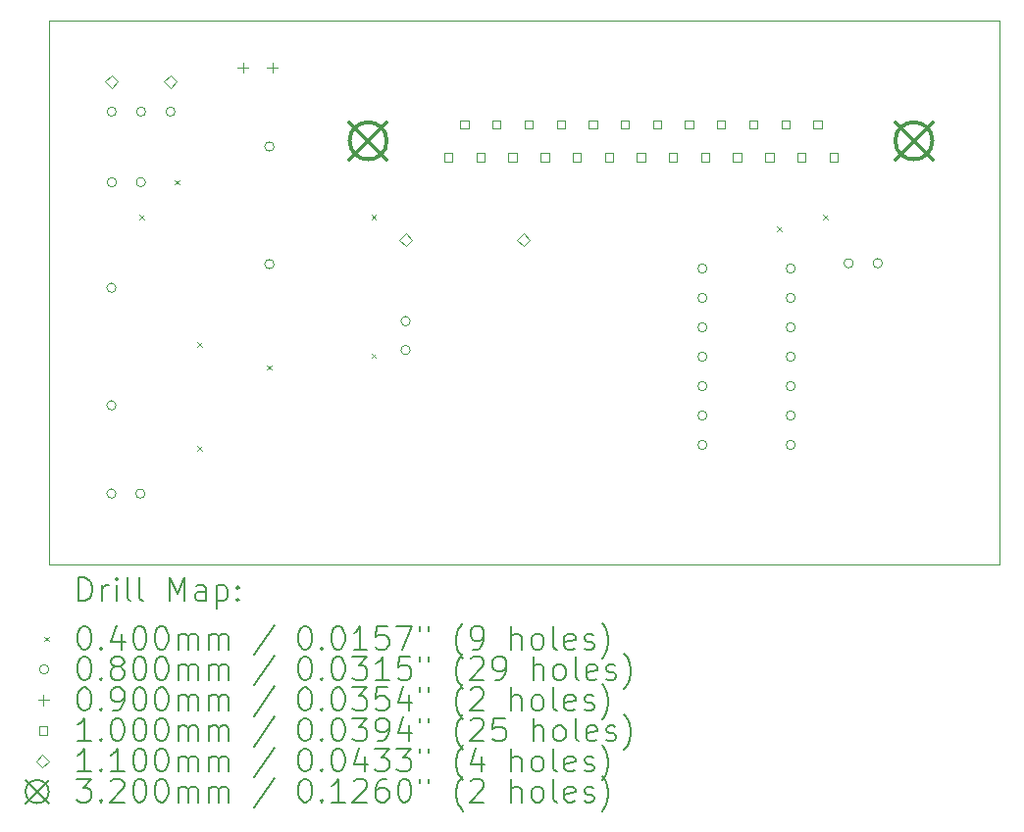
<source format=gbr>
%TF.GenerationSoftware,KiCad,Pcbnew,7.0.10*%
%TF.CreationDate,2024-02-17T01:46:57-05:00*%
%TF.ProjectId,rbus-adat,72627573-2d61-4646-9174-2e6b69636164,0*%
%TF.SameCoordinates,Original*%
%TF.FileFunction,Drillmap*%
%TF.FilePolarity,Positive*%
%FSLAX45Y45*%
G04 Gerber Fmt 4.5, Leading zero omitted, Abs format (unit mm)*
G04 Created by KiCad (PCBNEW 7.0.10) date 2024-02-17 01:46:57*
%MOMM*%
%LPD*%
G01*
G04 APERTURE LIST*
%ADD10C,0.100000*%
%ADD11C,0.200000*%
%ADD12C,0.110000*%
%ADD13C,0.320000*%
G04 APERTURE END LIST*
D10*
X8100000Y-4800000D02*
X16300000Y-4800000D01*
X16300000Y-9500000D01*
X8100000Y-9500000D01*
X8100000Y-4800000D01*
D11*
D10*
X8880000Y-6480000D02*
X8920000Y-6520000D01*
X8920000Y-6480000D02*
X8880000Y-6520000D01*
X9180000Y-6180000D02*
X9220000Y-6220000D01*
X9220000Y-6180000D02*
X9180000Y-6220000D01*
X9380000Y-7580000D02*
X9420000Y-7620000D01*
X9420000Y-7580000D02*
X9380000Y-7620000D01*
X9380000Y-8480000D02*
X9420000Y-8520000D01*
X9420000Y-8480000D02*
X9380000Y-8520000D01*
X9980000Y-7780000D02*
X10020000Y-7820000D01*
X10020000Y-7780000D02*
X9980000Y-7820000D01*
X10880000Y-6480000D02*
X10920000Y-6520000D01*
X10920000Y-6480000D02*
X10880000Y-6520000D01*
X10880000Y-7680000D02*
X10920000Y-7720000D01*
X10920000Y-7680000D02*
X10880000Y-7720000D01*
X14380000Y-6580000D02*
X14420000Y-6620000D01*
X14420000Y-6580000D02*
X14380000Y-6620000D01*
X14780000Y-6480000D02*
X14820000Y-6520000D01*
X14820000Y-6480000D02*
X14780000Y-6520000D01*
X8676000Y-7112000D02*
G75*
G03*
X8596000Y-7112000I-40000J0D01*
G01*
X8596000Y-7112000D02*
G75*
G03*
X8676000Y-7112000I40000J0D01*
G01*
X8676000Y-8128000D02*
G75*
G03*
X8596000Y-8128000I-40000J0D01*
G01*
X8596000Y-8128000D02*
G75*
G03*
X8676000Y-8128000I40000J0D01*
G01*
X8676000Y-8890000D02*
G75*
G03*
X8596000Y-8890000I-40000J0D01*
G01*
X8596000Y-8890000D02*
G75*
G03*
X8676000Y-8890000I40000J0D01*
G01*
X8678000Y-5590000D02*
G75*
G03*
X8598000Y-5590000I-40000J0D01*
G01*
X8598000Y-5590000D02*
G75*
G03*
X8678000Y-5590000I40000J0D01*
G01*
X8680000Y-6200000D02*
G75*
G03*
X8600000Y-6200000I-40000J0D01*
G01*
X8600000Y-6200000D02*
G75*
G03*
X8680000Y-6200000I40000J0D01*
G01*
X8926000Y-8890000D02*
G75*
G03*
X8846000Y-8890000I-40000J0D01*
G01*
X8846000Y-8890000D02*
G75*
G03*
X8926000Y-8890000I40000J0D01*
G01*
X8930000Y-6200000D02*
G75*
G03*
X8850000Y-6200000I-40000J0D01*
G01*
X8850000Y-6200000D02*
G75*
G03*
X8930000Y-6200000I40000J0D01*
G01*
X8932000Y-5590000D02*
G75*
G03*
X8852000Y-5590000I-40000J0D01*
G01*
X8852000Y-5590000D02*
G75*
G03*
X8932000Y-5590000I40000J0D01*
G01*
X9186000Y-5590000D02*
G75*
G03*
X9106000Y-5590000I-40000J0D01*
G01*
X9106000Y-5590000D02*
G75*
G03*
X9186000Y-5590000I40000J0D01*
G01*
X10040000Y-5892000D02*
G75*
G03*
X9960000Y-5892000I-40000J0D01*
G01*
X9960000Y-5892000D02*
G75*
G03*
X10040000Y-5892000I40000J0D01*
G01*
X10040000Y-6908000D02*
G75*
G03*
X9960000Y-6908000I-40000J0D01*
G01*
X9960000Y-6908000D02*
G75*
G03*
X10040000Y-6908000I40000J0D01*
G01*
X11216000Y-7400000D02*
G75*
G03*
X11136000Y-7400000I-40000J0D01*
G01*
X11136000Y-7400000D02*
G75*
G03*
X11216000Y-7400000I40000J0D01*
G01*
X11216000Y-7650000D02*
G75*
G03*
X11136000Y-7650000I-40000J0D01*
G01*
X11136000Y-7650000D02*
G75*
G03*
X11216000Y-7650000I40000J0D01*
G01*
X13778000Y-6946000D02*
G75*
G03*
X13698000Y-6946000I-40000J0D01*
G01*
X13698000Y-6946000D02*
G75*
G03*
X13778000Y-6946000I40000J0D01*
G01*
X13778000Y-7200000D02*
G75*
G03*
X13698000Y-7200000I-40000J0D01*
G01*
X13698000Y-7200000D02*
G75*
G03*
X13778000Y-7200000I40000J0D01*
G01*
X13778000Y-7454000D02*
G75*
G03*
X13698000Y-7454000I-40000J0D01*
G01*
X13698000Y-7454000D02*
G75*
G03*
X13778000Y-7454000I40000J0D01*
G01*
X13778000Y-7708000D02*
G75*
G03*
X13698000Y-7708000I-40000J0D01*
G01*
X13698000Y-7708000D02*
G75*
G03*
X13778000Y-7708000I40000J0D01*
G01*
X13778000Y-7962000D02*
G75*
G03*
X13698000Y-7962000I-40000J0D01*
G01*
X13698000Y-7962000D02*
G75*
G03*
X13778000Y-7962000I40000J0D01*
G01*
X13778000Y-8216000D02*
G75*
G03*
X13698000Y-8216000I-40000J0D01*
G01*
X13698000Y-8216000D02*
G75*
G03*
X13778000Y-8216000I40000J0D01*
G01*
X13778000Y-8470000D02*
G75*
G03*
X13698000Y-8470000I-40000J0D01*
G01*
X13698000Y-8470000D02*
G75*
G03*
X13778000Y-8470000I40000J0D01*
G01*
X14540000Y-6946000D02*
G75*
G03*
X14460000Y-6946000I-40000J0D01*
G01*
X14460000Y-6946000D02*
G75*
G03*
X14540000Y-6946000I40000J0D01*
G01*
X14540000Y-7200000D02*
G75*
G03*
X14460000Y-7200000I-40000J0D01*
G01*
X14460000Y-7200000D02*
G75*
G03*
X14540000Y-7200000I40000J0D01*
G01*
X14540000Y-7454000D02*
G75*
G03*
X14460000Y-7454000I-40000J0D01*
G01*
X14460000Y-7454000D02*
G75*
G03*
X14540000Y-7454000I40000J0D01*
G01*
X14540000Y-7708000D02*
G75*
G03*
X14460000Y-7708000I-40000J0D01*
G01*
X14460000Y-7708000D02*
G75*
G03*
X14540000Y-7708000I40000J0D01*
G01*
X14540000Y-7962000D02*
G75*
G03*
X14460000Y-7962000I-40000J0D01*
G01*
X14460000Y-7962000D02*
G75*
G03*
X14540000Y-7962000I40000J0D01*
G01*
X14540000Y-8216000D02*
G75*
G03*
X14460000Y-8216000I-40000J0D01*
G01*
X14460000Y-8216000D02*
G75*
G03*
X14540000Y-8216000I40000J0D01*
G01*
X14540000Y-8470000D02*
G75*
G03*
X14460000Y-8470000I-40000J0D01*
G01*
X14460000Y-8470000D02*
G75*
G03*
X14540000Y-8470000I40000J0D01*
G01*
X15040000Y-6900000D02*
G75*
G03*
X14960000Y-6900000I-40000J0D01*
G01*
X14960000Y-6900000D02*
G75*
G03*
X15040000Y-6900000I40000J0D01*
G01*
X15290000Y-6900000D02*
G75*
G03*
X15210000Y-6900000I-40000J0D01*
G01*
X15210000Y-6900000D02*
G75*
G03*
X15290000Y-6900000I40000J0D01*
G01*
X9771000Y-5165000D02*
X9771000Y-5255000D01*
X9726000Y-5210000D02*
X9816000Y-5210000D01*
X10025000Y-5165000D02*
X10025000Y-5255000D01*
X9980000Y-5210000D02*
X10070000Y-5210000D01*
X11580856Y-6019356D02*
X11580856Y-5948644D01*
X11510144Y-5948644D01*
X11510144Y-6019356D01*
X11580856Y-6019356D01*
X11719356Y-5735356D02*
X11719356Y-5664644D01*
X11648644Y-5664644D01*
X11648644Y-5735356D01*
X11719356Y-5735356D01*
X11857856Y-6019356D02*
X11857856Y-5948644D01*
X11787144Y-5948644D01*
X11787144Y-6019356D01*
X11857856Y-6019356D01*
X11996356Y-5735356D02*
X11996356Y-5664644D01*
X11925644Y-5664644D01*
X11925644Y-5735356D01*
X11996356Y-5735356D01*
X12134856Y-6019356D02*
X12134856Y-5948644D01*
X12064144Y-5948644D01*
X12064144Y-6019356D01*
X12134856Y-6019356D01*
X12273356Y-5735356D02*
X12273356Y-5664644D01*
X12202644Y-5664644D01*
X12202644Y-5735356D01*
X12273356Y-5735356D01*
X12411856Y-6019356D02*
X12411856Y-5948644D01*
X12341144Y-5948644D01*
X12341144Y-6019356D01*
X12411856Y-6019356D01*
X12550356Y-5735356D02*
X12550356Y-5664644D01*
X12479644Y-5664644D01*
X12479644Y-5735356D01*
X12550356Y-5735356D01*
X12688856Y-6019356D02*
X12688856Y-5948644D01*
X12618144Y-5948644D01*
X12618144Y-6019356D01*
X12688856Y-6019356D01*
X12827356Y-5735356D02*
X12827356Y-5664644D01*
X12756644Y-5664644D01*
X12756644Y-5735356D01*
X12827356Y-5735356D01*
X12965856Y-6019356D02*
X12965856Y-5948644D01*
X12895144Y-5948644D01*
X12895144Y-6019356D01*
X12965856Y-6019356D01*
X13104356Y-5735356D02*
X13104356Y-5664644D01*
X13033644Y-5664644D01*
X13033644Y-5735356D01*
X13104356Y-5735356D01*
X13242856Y-6019356D02*
X13242856Y-5948644D01*
X13172144Y-5948644D01*
X13172144Y-6019356D01*
X13242856Y-6019356D01*
X13381356Y-5735356D02*
X13381356Y-5664644D01*
X13310644Y-5664644D01*
X13310644Y-5735356D01*
X13381356Y-5735356D01*
X13519856Y-6019356D02*
X13519856Y-5948644D01*
X13449144Y-5948644D01*
X13449144Y-6019356D01*
X13519856Y-6019356D01*
X13658356Y-5735356D02*
X13658356Y-5664644D01*
X13587644Y-5664644D01*
X13587644Y-5735356D01*
X13658356Y-5735356D01*
X13796856Y-6019356D02*
X13796856Y-5948644D01*
X13726144Y-5948644D01*
X13726144Y-6019356D01*
X13796856Y-6019356D01*
X13935356Y-5735356D02*
X13935356Y-5664644D01*
X13864644Y-5664644D01*
X13864644Y-5735356D01*
X13935356Y-5735356D01*
X14073856Y-6019356D02*
X14073856Y-5948644D01*
X14003144Y-5948644D01*
X14003144Y-6019356D01*
X14073856Y-6019356D01*
X14212356Y-5735356D02*
X14212356Y-5664644D01*
X14141644Y-5664644D01*
X14141644Y-5735356D01*
X14212356Y-5735356D01*
X14350856Y-6019356D02*
X14350856Y-5948644D01*
X14280144Y-5948644D01*
X14280144Y-6019356D01*
X14350856Y-6019356D01*
X14489356Y-5735356D02*
X14489356Y-5664644D01*
X14418644Y-5664644D01*
X14418644Y-5735356D01*
X14489356Y-5735356D01*
X14627856Y-6019356D02*
X14627856Y-5948644D01*
X14557144Y-5948644D01*
X14557144Y-6019356D01*
X14627856Y-6019356D01*
X14766356Y-5735356D02*
X14766356Y-5664644D01*
X14695644Y-5664644D01*
X14695644Y-5735356D01*
X14766356Y-5735356D01*
X14904856Y-6019356D02*
X14904856Y-5948644D01*
X14834144Y-5948644D01*
X14834144Y-6019356D01*
X14904856Y-6019356D01*
D12*
X8638000Y-5385000D02*
X8693000Y-5330000D01*
X8638000Y-5275000D01*
X8583000Y-5330000D01*
X8638000Y-5385000D01*
X9146000Y-5385000D02*
X9201000Y-5330000D01*
X9146000Y-5275000D01*
X9091000Y-5330000D01*
X9146000Y-5385000D01*
X11176000Y-6755000D02*
X11231000Y-6700000D01*
X11176000Y-6645000D01*
X11121000Y-6700000D01*
X11176000Y-6755000D01*
X12192000Y-6755000D02*
X12247000Y-6700000D01*
X12192000Y-6645000D01*
X12137000Y-6700000D01*
X12192000Y-6755000D01*
D13*
X10692500Y-5682000D02*
X11012500Y-6002000D01*
X11012500Y-5682000D02*
X10692500Y-6002000D01*
X11012500Y-5842000D02*
G75*
G03*
X10692500Y-5842000I-160000J0D01*
G01*
X10692500Y-5842000D02*
G75*
G03*
X11012500Y-5842000I160000J0D01*
G01*
X15402500Y-5682000D02*
X15722500Y-6002000D01*
X15722500Y-5682000D02*
X15402500Y-6002000D01*
X15722500Y-5842000D02*
G75*
G03*
X15402500Y-5842000I-160000J0D01*
G01*
X15402500Y-5842000D02*
G75*
G03*
X15722500Y-5842000I160000J0D01*
G01*
D11*
X8355777Y-9816484D02*
X8355777Y-9616484D01*
X8355777Y-9616484D02*
X8403396Y-9616484D01*
X8403396Y-9616484D02*
X8431967Y-9626008D01*
X8431967Y-9626008D02*
X8451015Y-9645055D01*
X8451015Y-9645055D02*
X8460539Y-9664103D01*
X8460539Y-9664103D02*
X8470063Y-9702198D01*
X8470063Y-9702198D02*
X8470063Y-9730770D01*
X8470063Y-9730770D02*
X8460539Y-9768865D01*
X8460539Y-9768865D02*
X8451015Y-9787912D01*
X8451015Y-9787912D02*
X8431967Y-9806960D01*
X8431967Y-9806960D02*
X8403396Y-9816484D01*
X8403396Y-9816484D02*
X8355777Y-9816484D01*
X8555777Y-9816484D02*
X8555777Y-9683150D01*
X8555777Y-9721246D02*
X8565301Y-9702198D01*
X8565301Y-9702198D02*
X8574824Y-9692674D01*
X8574824Y-9692674D02*
X8593872Y-9683150D01*
X8593872Y-9683150D02*
X8612920Y-9683150D01*
X8679586Y-9816484D02*
X8679586Y-9683150D01*
X8679586Y-9616484D02*
X8670063Y-9626008D01*
X8670063Y-9626008D02*
X8679586Y-9635531D01*
X8679586Y-9635531D02*
X8689110Y-9626008D01*
X8689110Y-9626008D02*
X8679586Y-9616484D01*
X8679586Y-9616484D02*
X8679586Y-9635531D01*
X8803396Y-9816484D02*
X8784348Y-9806960D01*
X8784348Y-9806960D02*
X8774824Y-9787912D01*
X8774824Y-9787912D02*
X8774824Y-9616484D01*
X8908158Y-9816484D02*
X8889110Y-9806960D01*
X8889110Y-9806960D02*
X8879586Y-9787912D01*
X8879586Y-9787912D02*
X8879586Y-9616484D01*
X9136729Y-9816484D02*
X9136729Y-9616484D01*
X9136729Y-9616484D02*
X9203396Y-9759341D01*
X9203396Y-9759341D02*
X9270063Y-9616484D01*
X9270063Y-9616484D02*
X9270063Y-9816484D01*
X9451015Y-9816484D02*
X9451015Y-9711722D01*
X9451015Y-9711722D02*
X9441491Y-9692674D01*
X9441491Y-9692674D02*
X9422444Y-9683150D01*
X9422444Y-9683150D02*
X9384348Y-9683150D01*
X9384348Y-9683150D02*
X9365301Y-9692674D01*
X9451015Y-9806960D02*
X9431967Y-9816484D01*
X9431967Y-9816484D02*
X9384348Y-9816484D01*
X9384348Y-9816484D02*
X9365301Y-9806960D01*
X9365301Y-9806960D02*
X9355777Y-9787912D01*
X9355777Y-9787912D02*
X9355777Y-9768865D01*
X9355777Y-9768865D02*
X9365301Y-9749817D01*
X9365301Y-9749817D02*
X9384348Y-9740293D01*
X9384348Y-9740293D02*
X9431967Y-9740293D01*
X9431967Y-9740293D02*
X9451015Y-9730770D01*
X9546253Y-9683150D02*
X9546253Y-9883150D01*
X9546253Y-9692674D02*
X9565301Y-9683150D01*
X9565301Y-9683150D02*
X9603396Y-9683150D01*
X9603396Y-9683150D02*
X9622444Y-9692674D01*
X9622444Y-9692674D02*
X9631967Y-9702198D01*
X9631967Y-9702198D02*
X9641491Y-9721246D01*
X9641491Y-9721246D02*
X9641491Y-9778389D01*
X9641491Y-9778389D02*
X9631967Y-9797436D01*
X9631967Y-9797436D02*
X9622444Y-9806960D01*
X9622444Y-9806960D02*
X9603396Y-9816484D01*
X9603396Y-9816484D02*
X9565301Y-9816484D01*
X9565301Y-9816484D02*
X9546253Y-9806960D01*
X9727205Y-9797436D02*
X9736729Y-9806960D01*
X9736729Y-9806960D02*
X9727205Y-9816484D01*
X9727205Y-9816484D02*
X9717682Y-9806960D01*
X9717682Y-9806960D02*
X9727205Y-9797436D01*
X9727205Y-9797436D02*
X9727205Y-9816484D01*
X9727205Y-9692674D02*
X9736729Y-9702198D01*
X9736729Y-9702198D02*
X9727205Y-9711722D01*
X9727205Y-9711722D02*
X9717682Y-9702198D01*
X9717682Y-9702198D02*
X9727205Y-9692674D01*
X9727205Y-9692674D02*
X9727205Y-9711722D01*
D10*
X8055000Y-10125000D02*
X8095000Y-10165000D01*
X8095000Y-10125000D02*
X8055000Y-10165000D01*
D11*
X8393872Y-10036484D02*
X8412920Y-10036484D01*
X8412920Y-10036484D02*
X8431967Y-10046008D01*
X8431967Y-10046008D02*
X8441491Y-10055531D01*
X8441491Y-10055531D02*
X8451015Y-10074579D01*
X8451015Y-10074579D02*
X8460539Y-10112674D01*
X8460539Y-10112674D02*
X8460539Y-10160293D01*
X8460539Y-10160293D02*
X8451015Y-10198389D01*
X8451015Y-10198389D02*
X8441491Y-10217436D01*
X8441491Y-10217436D02*
X8431967Y-10226960D01*
X8431967Y-10226960D02*
X8412920Y-10236484D01*
X8412920Y-10236484D02*
X8393872Y-10236484D01*
X8393872Y-10236484D02*
X8374824Y-10226960D01*
X8374824Y-10226960D02*
X8365301Y-10217436D01*
X8365301Y-10217436D02*
X8355777Y-10198389D01*
X8355777Y-10198389D02*
X8346253Y-10160293D01*
X8346253Y-10160293D02*
X8346253Y-10112674D01*
X8346253Y-10112674D02*
X8355777Y-10074579D01*
X8355777Y-10074579D02*
X8365301Y-10055531D01*
X8365301Y-10055531D02*
X8374824Y-10046008D01*
X8374824Y-10046008D02*
X8393872Y-10036484D01*
X8546253Y-10217436D02*
X8555777Y-10226960D01*
X8555777Y-10226960D02*
X8546253Y-10236484D01*
X8546253Y-10236484D02*
X8536729Y-10226960D01*
X8536729Y-10226960D02*
X8546253Y-10217436D01*
X8546253Y-10217436D02*
X8546253Y-10236484D01*
X8727205Y-10103150D02*
X8727205Y-10236484D01*
X8679586Y-10026960D02*
X8631967Y-10169817D01*
X8631967Y-10169817D02*
X8755777Y-10169817D01*
X8870063Y-10036484D02*
X8889110Y-10036484D01*
X8889110Y-10036484D02*
X8908158Y-10046008D01*
X8908158Y-10046008D02*
X8917682Y-10055531D01*
X8917682Y-10055531D02*
X8927205Y-10074579D01*
X8927205Y-10074579D02*
X8936729Y-10112674D01*
X8936729Y-10112674D02*
X8936729Y-10160293D01*
X8936729Y-10160293D02*
X8927205Y-10198389D01*
X8927205Y-10198389D02*
X8917682Y-10217436D01*
X8917682Y-10217436D02*
X8908158Y-10226960D01*
X8908158Y-10226960D02*
X8889110Y-10236484D01*
X8889110Y-10236484D02*
X8870063Y-10236484D01*
X8870063Y-10236484D02*
X8851015Y-10226960D01*
X8851015Y-10226960D02*
X8841491Y-10217436D01*
X8841491Y-10217436D02*
X8831967Y-10198389D01*
X8831967Y-10198389D02*
X8822444Y-10160293D01*
X8822444Y-10160293D02*
X8822444Y-10112674D01*
X8822444Y-10112674D02*
X8831967Y-10074579D01*
X8831967Y-10074579D02*
X8841491Y-10055531D01*
X8841491Y-10055531D02*
X8851015Y-10046008D01*
X8851015Y-10046008D02*
X8870063Y-10036484D01*
X9060539Y-10036484D02*
X9079586Y-10036484D01*
X9079586Y-10036484D02*
X9098634Y-10046008D01*
X9098634Y-10046008D02*
X9108158Y-10055531D01*
X9108158Y-10055531D02*
X9117682Y-10074579D01*
X9117682Y-10074579D02*
X9127205Y-10112674D01*
X9127205Y-10112674D02*
X9127205Y-10160293D01*
X9127205Y-10160293D02*
X9117682Y-10198389D01*
X9117682Y-10198389D02*
X9108158Y-10217436D01*
X9108158Y-10217436D02*
X9098634Y-10226960D01*
X9098634Y-10226960D02*
X9079586Y-10236484D01*
X9079586Y-10236484D02*
X9060539Y-10236484D01*
X9060539Y-10236484D02*
X9041491Y-10226960D01*
X9041491Y-10226960D02*
X9031967Y-10217436D01*
X9031967Y-10217436D02*
X9022444Y-10198389D01*
X9022444Y-10198389D02*
X9012920Y-10160293D01*
X9012920Y-10160293D02*
X9012920Y-10112674D01*
X9012920Y-10112674D02*
X9022444Y-10074579D01*
X9022444Y-10074579D02*
X9031967Y-10055531D01*
X9031967Y-10055531D02*
X9041491Y-10046008D01*
X9041491Y-10046008D02*
X9060539Y-10036484D01*
X9212920Y-10236484D02*
X9212920Y-10103150D01*
X9212920Y-10122198D02*
X9222444Y-10112674D01*
X9222444Y-10112674D02*
X9241491Y-10103150D01*
X9241491Y-10103150D02*
X9270063Y-10103150D01*
X9270063Y-10103150D02*
X9289110Y-10112674D01*
X9289110Y-10112674D02*
X9298634Y-10131722D01*
X9298634Y-10131722D02*
X9298634Y-10236484D01*
X9298634Y-10131722D02*
X9308158Y-10112674D01*
X9308158Y-10112674D02*
X9327205Y-10103150D01*
X9327205Y-10103150D02*
X9355777Y-10103150D01*
X9355777Y-10103150D02*
X9374825Y-10112674D01*
X9374825Y-10112674D02*
X9384348Y-10131722D01*
X9384348Y-10131722D02*
X9384348Y-10236484D01*
X9479586Y-10236484D02*
X9479586Y-10103150D01*
X9479586Y-10122198D02*
X9489110Y-10112674D01*
X9489110Y-10112674D02*
X9508158Y-10103150D01*
X9508158Y-10103150D02*
X9536729Y-10103150D01*
X9536729Y-10103150D02*
X9555777Y-10112674D01*
X9555777Y-10112674D02*
X9565301Y-10131722D01*
X9565301Y-10131722D02*
X9565301Y-10236484D01*
X9565301Y-10131722D02*
X9574825Y-10112674D01*
X9574825Y-10112674D02*
X9593872Y-10103150D01*
X9593872Y-10103150D02*
X9622444Y-10103150D01*
X9622444Y-10103150D02*
X9641491Y-10112674D01*
X9641491Y-10112674D02*
X9651015Y-10131722D01*
X9651015Y-10131722D02*
X9651015Y-10236484D01*
X10041491Y-10026960D02*
X9870063Y-10284103D01*
X10298634Y-10036484D02*
X10317682Y-10036484D01*
X10317682Y-10036484D02*
X10336729Y-10046008D01*
X10336729Y-10046008D02*
X10346253Y-10055531D01*
X10346253Y-10055531D02*
X10355777Y-10074579D01*
X10355777Y-10074579D02*
X10365301Y-10112674D01*
X10365301Y-10112674D02*
X10365301Y-10160293D01*
X10365301Y-10160293D02*
X10355777Y-10198389D01*
X10355777Y-10198389D02*
X10346253Y-10217436D01*
X10346253Y-10217436D02*
X10336729Y-10226960D01*
X10336729Y-10226960D02*
X10317682Y-10236484D01*
X10317682Y-10236484D02*
X10298634Y-10236484D01*
X10298634Y-10236484D02*
X10279587Y-10226960D01*
X10279587Y-10226960D02*
X10270063Y-10217436D01*
X10270063Y-10217436D02*
X10260539Y-10198389D01*
X10260539Y-10198389D02*
X10251015Y-10160293D01*
X10251015Y-10160293D02*
X10251015Y-10112674D01*
X10251015Y-10112674D02*
X10260539Y-10074579D01*
X10260539Y-10074579D02*
X10270063Y-10055531D01*
X10270063Y-10055531D02*
X10279587Y-10046008D01*
X10279587Y-10046008D02*
X10298634Y-10036484D01*
X10451015Y-10217436D02*
X10460539Y-10226960D01*
X10460539Y-10226960D02*
X10451015Y-10236484D01*
X10451015Y-10236484D02*
X10441491Y-10226960D01*
X10441491Y-10226960D02*
X10451015Y-10217436D01*
X10451015Y-10217436D02*
X10451015Y-10236484D01*
X10584348Y-10036484D02*
X10603396Y-10036484D01*
X10603396Y-10036484D02*
X10622444Y-10046008D01*
X10622444Y-10046008D02*
X10631968Y-10055531D01*
X10631968Y-10055531D02*
X10641491Y-10074579D01*
X10641491Y-10074579D02*
X10651015Y-10112674D01*
X10651015Y-10112674D02*
X10651015Y-10160293D01*
X10651015Y-10160293D02*
X10641491Y-10198389D01*
X10641491Y-10198389D02*
X10631968Y-10217436D01*
X10631968Y-10217436D02*
X10622444Y-10226960D01*
X10622444Y-10226960D02*
X10603396Y-10236484D01*
X10603396Y-10236484D02*
X10584348Y-10236484D01*
X10584348Y-10236484D02*
X10565301Y-10226960D01*
X10565301Y-10226960D02*
X10555777Y-10217436D01*
X10555777Y-10217436D02*
X10546253Y-10198389D01*
X10546253Y-10198389D02*
X10536729Y-10160293D01*
X10536729Y-10160293D02*
X10536729Y-10112674D01*
X10536729Y-10112674D02*
X10546253Y-10074579D01*
X10546253Y-10074579D02*
X10555777Y-10055531D01*
X10555777Y-10055531D02*
X10565301Y-10046008D01*
X10565301Y-10046008D02*
X10584348Y-10036484D01*
X10841491Y-10236484D02*
X10727206Y-10236484D01*
X10784348Y-10236484D02*
X10784348Y-10036484D01*
X10784348Y-10036484D02*
X10765301Y-10065055D01*
X10765301Y-10065055D02*
X10746253Y-10084103D01*
X10746253Y-10084103D02*
X10727206Y-10093627D01*
X11022444Y-10036484D02*
X10927206Y-10036484D01*
X10927206Y-10036484D02*
X10917682Y-10131722D01*
X10917682Y-10131722D02*
X10927206Y-10122198D01*
X10927206Y-10122198D02*
X10946253Y-10112674D01*
X10946253Y-10112674D02*
X10993872Y-10112674D01*
X10993872Y-10112674D02*
X11012920Y-10122198D01*
X11012920Y-10122198D02*
X11022444Y-10131722D01*
X11022444Y-10131722D02*
X11031968Y-10150770D01*
X11031968Y-10150770D02*
X11031968Y-10198389D01*
X11031968Y-10198389D02*
X11022444Y-10217436D01*
X11022444Y-10217436D02*
X11012920Y-10226960D01*
X11012920Y-10226960D02*
X10993872Y-10236484D01*
X10993872Y-10236484D02*
X10946253Y-10236484D01*
X10946253Y-10236484D02*
X10927206Y-10226960D01*
X10927206Y-10226960D02*
X10917682Y-10217436D01*
X11098634Y-10036484D02*
X11231967Y-10036484D01*
X11231967Y-10036484D02*
X11146253Y-10236484D01*
X11298634Y-10036484D02*
X11298634Y-10074579D01*
X11374825Y-10036484D02*
X11374825Y-10074579D01*
X11670063Y-10312674D02*
X11660539Y-10303150D01*
X11660539Y-10303150D02*
X11641491Y-10274579D01*
X11641491Y-10274579D02*
X11631968Y-10255531D01*
X11631968Y-10255531D02*
X11622444Y-10226960D01*
X11622444Y-10226960D02*
X11612920Y-10179341D01*
X11612920Y-10179341D02*
X11612920Y-10141246D01*
X11612920Y-10141246D02*
X11622444Y-10093627D01*
X11622444Y-10093627D02*
X11631968Y-10065055D01*
X11631968Y-10065055D02*
X11641491Y-10046008D01*
X11641491Y-10046008D02*
X11660539Y-10017436D01*
X11660539Y-10017436D02*
X11670063Y-10007912D01*
X11755777Y-10236484D02*
X11793872Y-10236484D01*
X11793872Y-10236484D02*
X11812920Y-10226960D01*
X11812920Y-10226960D02*
X11822444Y-10217436D01*
X11822444Y-10217436D02*
X11841491Y-10188865D01*
X11841491Y-10188865D02*
X11851015Y-10150770D01*
X11851015Y-10150770D02*
X11851015Y-10074579D01*
X11851015Y-10074579D02*
X11841491Y-10055531D01*
X11841491Y-10055531D02*
X11831968Y-10046008D01*
X11831968Y-10046008D02*
X11812920Y-10036484D01*
X11812920Y-10036484D02*
X11774825Y-10036484D01*
X11774825Y-10036484D02*
X11755777Y-10046008D01*
X11755777Y-10046008D02*
X11746253Y-10055531D01*
X11746253Y-10055531D02*
X11736729Y-10074579D01*
X11736729Y-10074579D02*
X11736729Y-10122198D01*
X11736729Y-10122198D02*
X11746253Y-10141246D01*
X11746253Y-10141246D02*
X11755777Y-10150770D01*
X11755777Y-10150770D02*
X11774825Y-10160293D01*
X11774825Y-10160293D02*
X11812920Y-10160293D01*
X11812920Y-10160293D02*
X11831968Y-10150770D01*
X11831968Y-10150770D02*
X11841491Y-10141246D01*
X11841491Y-10141246D02*
X11851015Y-10122198D01*
X12089110Y-10236484D02*
X12089110Y-10036484D01*
X12174825Y-10236484D02*
X12174825Y-10131722D01*
X12174825Y-10131722D02*
X12165301Y-10112674D01*
X12165301Y-10112674D02*
X12146253Y-10103150D01*
X12146253Y-10103150D02*
X12117682Y-10103150D01*
X12117682Y-10103150D02*
X12098634Y-10112674D01*
X12098634Y-10112674D02*
X12089110Y-10122198D01*
X12298634Y-10236484D02*
X12279587Y-10226960D01*
X12279587Y-10226960D02*
X12270063Y-10217436D01*
X12270063Y-10217436D02*
X12260539Y-10198389D01*
X12260539Y-10198389D02*
X12260539Y-10141246D01*
X12260539Y-10141246D02*
X12270063Y-10122198D01*
X12270063Y-10122198D02*
X12279587Y-10112674D01*
X12279587Y-10112674D02*
X12298634Y-10103150D01*
X12298634Y-10103150D02*
X12327206Y-10103150D01*
X12327206Y-10103150D02*
X12346253Y-10112674D01*
X12346253Y-10112674D02*
X12355777Y-10122198D01*
X12355777Y-10122198D02*
X12365301Y-10141246D01*
X12365301Y-10141246D02*
X12365301Y-10198389D01*
X12365301Y-10198389D02*
X12355777Y-10217436D01*
X12355777Y-10217436D02*
X12346253Y-10226960D01*
X12346253Y-10226960D02*
X12327206Y-10236484D01*
X12327206Y-10236484D02*
X12298634Y-10236484D01*
X12479587Y-10236484D02*
X12460539Y-10226960D01*
X12460539Y-10226960D02*
X12451015Y-10207912D01*
X12451015Y-10207912D02*
X12451015Y-10036484D01*
X12631968Y-10226960D02*
X12612920Y-10236484D01*
X12612920Y-10236484D02*
X12574825Y-10236484D01*
X12574825Y-10236484D02*
X12555777Y-10226960D01*
X12555777Y-10226960D02*
X12546253Y-10207912D01*
X12546253Y-10207912D02*
X12546253Y-10131722D01*
X12546253Y-10131722D02*
X12555777Y-10112674D01*
X12555777Y-10112674D02*
X12574825Y-10103150D01*
X12574825Y-10103150D02*
X12612920Y-10103150D01*
X12612920Y-10103150D02*
X12631968Y-10112674D01*
X12631968Y-10112674D02*
X12641491Y-10131722D01*
X12641491Y-10131722D02*
X12641491Y-10150770D01*
X12641491Y-10150770D02*
X12546253Y-10169817D01*
X12717682Y-10226960D02*
X12736730Y-10236484D01*
X12736730Y-10236484D02*
X12774825Y-10236484D01*
X12774825Y-10236484D02*
X12793872Y-10226960D01*
X12793872Y-10226960D02*
X12803396Y-10207912D01*
X12803396Y-10207912D02*
X12803396Y-10198389D01*
X12803396Y-10198389D02*
X12793872Y-10179341D01*
X12793872Y-10179341D02*
X12774825Y-10169817D01*
X12774825Y-10169817D02*
X12746253Y-10169817D01*
X12746253Y-10169817D02*
X12727206Y-10160293D01*
X12727206Y-10160293D02*
X12717682Y-10141246D01*
X12717682Y-10141246D02*
X12717682Y-10131722D01*
X12717682Y-10131722D02*
X12727206Y-10112674D01*
X12727206Y-10112674D02*
X12746253Y-10103150D01*
X12746253Y-10103150D02*
X12774825Y-10103150D01*
X12774825Y-10103150D02*
X12793872Y-10112674D01*
X12870063Y-10312674D02*
X12879587Y-10303150D01*
X12879587Y-10303150D02*
X12898634Y-10274579D01*
X12898634Y-10274579D02*
X12908158Y-10255531D01*
X12908158Y-10255531D02*
X12917682Y-10226960D01*
X12917682Y-10226960D02*
X12927206Y-10179341D01*
X12927206Y-10179341D02*
X12927206Y-10141246D01*
X12927206Y-10141246D02*
X12917682Y-10093627D01*
X12917682Y-10093627D02*
X12908158Y-10065055D01*
X12908158Y-10065055D02*
X12898634Y-10046008D01*
X12898634Y-10046008D02*
X12879587Y-10017436D01*
X12879587Y-10017436D02*
X12870063Y-10007912D01*
D10*
X8095000Y-10409000D02*
G75*
G03*
X8015000Y-10409000I-40000J0D01*
G01*
X8015000Y-10409000D02*
G75*
G03*
X8095000Y-10409000I40000J0D01*
G01*
D11*
X8393872Y-10300484D02*
X8412920Y-10300484D01*
X8412920Y-10300484D02*
X8431967Y-10310008D01*
X8431967Y-10310008D02*
X8441491Y-10319531D01*
X8441491Y-10319531D02*
X8451015Y-10338579D01*
X8451015Y-10338579D02*
X8460539Y-10376674D01*
X8460539Y-10376674D02*
X8460539Y-10424293D01*
X8460539Y-10424293D02*
X8451015Y-10462389D01*
X8451015Y-10462389D02*
X8441491Y-10481436D01*
X8441491Y-10481436D02*
X8431967Y-10490960D01*
X8431967Y-10490960D02*
X8412920Y-10500484D01*
X8412920Y-10500484D02*
X8393872Y-10500484D01*
X8393872Y-10500484D02*
X8374824Y-10490960D01*
X8374824Y-10490960D02*
X8365301Y-10481436D01*
X8365301Y-10481436D02*
X8355777Y-10462389D01*
X8355777Y-10462389D02*
X8346253Y-10424293D01*
X8346253Y-10424293D02*
X8346253Y-10376674D01*
X8346253Y-10376674D02*
X8355777Y-10338579D01*
X8355777Y-10338579D02*
X8365301Y-10319531D01*
X8365301Y-10319531D02*
X8374824Y-10310008D01*
X8374824Y-10310008D02*
X8393872Y-10300484D01*
X8546253Y-10481436D02*
X8555777Y-10490960D01*
X8555777Y-10490960D02*
X8546253Y-10500484D01*
X8546253Y-10500484D02*
X8536729Y-10490960D01*
X8536729Y-10490960D02*
X8546253Y-10481436D01*
X8546253Y-10481436D02*
X8546253Y-10500484D01*
X8670063Y-10386198D02*
X8651015Y-10376674D01*
X8651015Y-10376674D02*
X8641491Y-10367150D01*
X8641491Y-10367150D02*
X8631967Y-10348103D01*
X8631967Y-10348103D02*
X8631967Y-10338579D01*
X8631967Y-10338579D02*
X8641491Y-10319531D01*
X8641491Y-10319531D02*
X8651015Y-10310008D01*
X8651015Y-10310008D02*
X8670063Y-10300484D01*
X8670063Y-10300484D02*
X8708158Y-10300484D01*
X8708158Y-10300484D02*
X8727205Y-10310008D01*
X8727205Y-10310008D02*
X8736729Y-10319531D01*
X8736729Y-10319531D02*
X8746253Y-10338579D01*
X8746253Y-10338579D02*
X8746253Y-10348103D01*
X8746253Y-10348103D02*
X8736729Y-10367150D01*
X8736729Y-10367150D02*
X8727205Y-10376674D01*
X8727205Y-10376674D02*
X8708158Y-10386198D01*
X8708158Y-10386198D02*
X8670063Y-10386198D01*
X8670063Y-10386198D02*
X8651015Y-10395722D01*
X8651015Y-10395722D02*
X8641491Y-10405246D01*
X8641491Y-10405246D02*
X8631967Y-10424293D01*
X8631967Y-10424293D02*
X8631967Y-10462389D01*
X8631967Y-10462389D02*
X8641491Y-10481436D01*
X8641491Y-10481436D02*
X8651015Y-10490960D01*
X8651015Y-10490960D02*
X8670063Y-10500484D01*
X8670063Y-10500484D02*
X8708158Y-10500484D01*
X8708158Y-10500484D02*
X8727205Y-10490960D01*
X8727205Y-10490960D02*
X8736729Y-10481436D01*
X8736729Y-10481436D02*
X8746253Y-10462389D01*
X8746253Y-10462389D02*
X8746253Y-10424293D01*
X8746253Y-10424293D02*
X8736729Y-10405246D01*
X8736729Y-10405246D02*
X8727205Y-10395722D01*
X8727205Y-10395722D02*
X8708158Y-10386198D01*
X8870063Y-10300484D02*
X8889110Y-10300484D01*
X8889110Y-10300484D02*
X8908158Y-10310008D01*
X8908158Y-10310008D02*
X8917682Y-10319531D01*
X8917682Y-10319531D02*
X8927205Y-10338579D01*
X8927205Y-10338579D02*
X8936729Y-10376674D01*
X8936729Y-10376674D02*
X8936729Y-10424293D01*
X8936729Y-10424293D02*
X8927205Y-10462389D01*
X8927205Y-10462389D02*
X8917682Y-10481436D01*
X8917682Y-10481436D02*
X8908158Y-10490960D01*
X8908158Y-10490960D02*
X8889110Y-10500484D01*
X8889110Y-10500484D02*
X8870063Y-10500484D01*
X8870063Y-10500484D02*
X8851015Y-10490960D01*
X8851015Y-10490960D02*
X8841491Y-10481436D01*
X8841491Y-10481436D02*
X8831967Y-10462389D01*
X8831967Y-10462389D02*
X8822444Y-10424293D01*
X8822444Y-10424293D02*
X8822444Y-10376674D01*
X8822444Y-10376674D02*
X8831967Y-10338579D01*
X8831967Y-10338579D02*
X8841491Y-10319531D01*
X8841491Y-10319531D02*
X8851015Y-10310008D01*
X8851015Y-10310008D02*
X8870063Y-10300484D01*
X9060539Y-10300484D02*
X9079586Y-10300484D01*
X9079586Y-10300484D02*
X9098634Y-10310008D01*
X9098634Y-10310008D02*
X9108158Y-10319531D01*
X9108158Y-10319531D02*
X9117682Y-10338579D01*
X9117682Y-10338579D02*
X9127205Y-10376674D01*
X9127205Y-10376674D02*
X9127205Y-10424293D01*
X9127205Y-10424293D02*
X9117682Y-10462389D01*
X9117682Y-10462389D02*
X9108158Y-10481436D01*
X9108158Y-10481436D02*
X9098634Y-10490960D01*
X9098634Y-10490960D02*
X9079586Y-10500484D01*
X9079586Y-10500484D02*
X9060539Y-10500484D01*
X9060539Y-10500484D02*
X9041491Y-10490960D01*
X9041491Y-10490960D02*
X9031967Y-10481436D01*
X9031967Y-10481436D02*
X9022444Y-10462389D01*
X9022444Y-10462389D02*
X9012920Y-10424293D01*
X9012920Y-10424293D02*
X9012920Y-10376674D01*
X9012920Y-10376674D02*
X9022444Y-10338579D01*
X9022444Y-10338579D02*
X9031967Y-10319531D01*
X9031967Y-10319531D02*
X9041491Y-10310008D01*
X9041491Y-10310008D02*
X9060539Y-10300484D01*
X9212920Y-10500484D02*
X9212920Y-10367150D01*
X9212920Y-10386198D02*
X9222444Y-10376674D01*
X9222444Y-10376674D02*
X9241491Y-10367150D01*
X9241491Y-10367150D02*
X9270063Y-10367150D01*
X9270063Y-10367150D02*
X9289110Y-10376674D01*
X9289110Y-10376674D02*
X9298634Y-10395722D01*
X9298634Y-10395722D02*
X9298634Y-10500484D01*
X9298634Y-10395722D02*
X9308158Y-10376674D01*
X9308158Y-10376674D02*
X9327205Y-10367150D01*
X9327205Y-10367150D02*
X9355777Y-10367150D01*
X9355777Y-10367150D02*
X9374825Y-10376674D01*
X9374825Y-10376674D02*
X9384348Y-10395722D01*
X9384348Y-10395722D02*
X9384348Y-10500484D01*
X9479586Y-10500484D02*
X9479586Y-10367150D01*
X9479586Y-10386198D02*
X9489110Y-10376674D01*
X9489110Y-10376674D02*
X9508158Y-10367150D01*
X9508158Y-10367150D02*
X9536729Y-10367150D01*
X9536729Y-10367150D02*
X9555777Y-10376674D01*
X9555777Y-10376674D02*
X9565301Y-10395722D01*
X9565301Y-10395722D02*
X9565301Y-10500484D01*
X9565301Y-10395722D02*
X9574825Y-10376674D01*
X9574825Y-10376674D02*
X9593872Y-10367150D01*
X9593872Y-10367150D02*
X9622444Y-10367150D01*
X9622444Y-10367150D02*
X9641491Y-10376674D01*
X9641491Y-10376674D02*
X9651015Y-10395722D01*
X9651015Y-10395722D02*
X9651015Y-10500484D01*
X10041491Y-10290960D02*
X9870063Y-10548103D01*
X10298634Y-10300484D02*
X10317682Y-10300484D01*
X10317682Y-10300484D02*
X10336729Y-10310008D01*
X10336729Y-10310008D02*
X10346253Y-10319531D01*
X10346253Y-10319531D02*
X10355777Y-10338579D01*
X10355777Y-10338579D02*
X10365301Y-10376674D01*
X10365301Y-10376674D02*
X10365301Y-10424293D01*
X10365301Y-10424293D02*
X10355777Y-10462389D01*
X10355777Y-10462389D02*
X10346253Y-10481436D01*
X10346253Y-10481436D02*
X10336729Y-10490960D01*
X10336729Y-10490960D02*
X10317682Y-10500484D01*
X10317682Y-10500484D02*
X10298634Y-10500484D01*
X10298634Y-10500484D02*
X10279587Y-10490960D01*
X10279587Y-10490960D02*
X10270063Y-10481436D01*
X10270063Y-10481436D02*
X10260539Y-10462389D01*
X10260539Y-10462389D02*
X10251015Y-10424293D01*
X10251015Y-10424293D02*
X10251015Y-10376674D01*
X10251015Y-10376674D02*
X10260539Y-10338579D01*
X10260539Y-10338579D02*
X10270063Y-10319531D01*
X10270063Y-10319531D02*
X10279587Y-10310008D01*
X10279587Y-10310008D02*
X10298634Y-10300484D01*
X10451015Y-10481436D02*
X10460539Y-10490960D01*
X10460539Y-10490960D02*
X10451015Y-10500484D01*
X10451015Y-10500484D02*
X10441491Y-10490960D01*
X10441491Y-10490960D02*
X10451015Y-10481436D01*
X10451015Y-10481436D02*
X10451015Y-10500484D01*
X10584348Y-10300484D02*
X10603396Y-10300484D01*
X10603396Y-10300484D02*
X10622444Y-10310008D01*
X10622444Y-10310008D02*
X10631968Y-10319531D01*
X10631968Y-10319531D02*
X10641491Y-10338579D01*
X10641491Y-10338579D02*
X10651015Y-10376674D01*
X10651015Y-10376674D02*
X10651015Y-10424293D01*
X10651015Y-10424293D02*
X10641491Y-10462389D01*
X10641491Y-10462389D02*
X10631968Y-10481436D01*
X10631968Y-10481436D02*
X10622444Y-10490960D01*
X10622444Y-10490960D02*
X10603396Y-10500484D01*
X10603396Y-10500484D02*
X10584348Y-10500484D01*
X10584348Y-10500484D02*
X10565301Y-10490960D01*
X10565301Y-10490960D02*
X10555777Y-10481436D01*
X10555777Y-10481436D02*
X10546253Y-10462389D01*
X10546253Y-10462389D02*
X10536729Y-10424293D01*
X10536729Y-10424293D02*
X10536729Y-10376674D01*
X10536729Y-10376674D02*
X10546253Y-10338579D01*
X10546253Y-10338579D02*
X10555777Y-10319531D01*
X10555777Y-10319531D02*
X10565301Y-10310008D01*
X10565301Y-10310008D02*
X10584348Y-10300484D01*
X10717682Y-10300484D02*
X10841491Y-10300484D01*
X10841491Y-10300484D02*
X10774825Y-10376674D01*
X10774825Y-10376674D02*
X10803396Y-10376674D01*
X10803396Y-10376674D02*
X10822444Y-10386198D01*
X10822444Y-10386198D02*
X10831968Y-10395722D01*
X10831968Y-10395722D02*
X10841491Y-10414770D01*
X10841491Y-10414770D02*
X10841491Y-10462389D01*
X10841491Y-10462389D02*
X10831968Y-10481436D01*
X10831968Y-10481436D02*
X10822444Y-10490960D01*
X10822444Y-10490960D02*
X10803396Y-10500484D01*
X10803396Y-10500484D02*
X10746253Y-10500484D01*
X10746253Y-10500484D02*
X10727206Y-10490960D01*
X10727206Y-10490960D02*
X10717682Y-10481436D01*
X11031968Y-10500484D02*
X10917682Y-10500484D01*
X10974825Y-10500484D02*
X10974825Y-10300484D01*
X10974825Y-10300484D02*
X10955777Y-10329055D01*
X10955777Y-10329055D02*
X10936729Y-10348103D01*
X10936729Y-10348103D02*
X10917682Y-10357627D01*
X11212920Y-10300484D02*
X11117682Y-10300484D01*
X11117682Y-10300484D02*
X11108158Y-10395722D01*
X11108158Y-10395722D02*
X11117682Y-10386198D01*
X11117682Y-10386198D02*
X11136729Y-10376674D01*
X11136729Y-10376674D02*
X11184349Y-10376674D01*
X11184349Y-10376674D02*
X11203396Y-10386198D01*
X11203396Y-10386198D02*
X11212920Y-10395722D01*
X11212920Y-10395722D02*
X11222444Y-10414770D01*
X11222444Y-10414770D02*
X11222444Y-10462389D01*
X11222444Y-10462389D02*
X11212920Y-10481436D01*
X11212920Y-10481436D02*
X11203396Y-10490960D01*
X11203396Y-10490960D02*
X11184349Y-10500484D01*
X11184349Y-10500484D02*
X11136729Y-10500484D01*
X11136729Y-10500484D02*
X11117682Y-10490960D01*
X11117682Y-10490960D02*
X11108158Y-10481436D01*
X11298634Y-10300484D02*
X11298634Y-10338579D01*
X11374825Y-10300484D02*
X11374825Y-10338579D01*
X11670063Y-10576674D02*
X11660539Y-10567150D01*
X11660539Y-10567150D02*
X11641491Y-10538579D01*
X11641491Y-10538579D02*
X11631968Y-10519531D01*
X11631968Y-10519531D02*
X11622444Y-10490960D01*
X11622444Y-10490960D02*
X11612920Y-10443341D01*
X11612920Y-10443341D02*
X11612920Y-10405246D01*
X11612920Y-10405246D02*
X11622444Y-10357627D01*
X11622444Y-10357627D02*
X11631968Y-10329055D01*
X11631968Y-10329055D02*
X11641491Y-10310008D01*
X11641491Y-10310008D02*
X11660539Y-10281436D01*
X11660539Y-10281436D02*
X11670063Y-10271912D01*
X11736729Y-10319531D02*
X11746253Y-10310008D01*
X11746253Y-10310008D02*
X11765301Y-10300484D01*
X11765301Y-10300484D02*
X11812920Y-10300484D01*
X11812920Y-10300484D02*
X11831968Y-10310008D01*
X11831968Y-10310008D02*
X11841491Y-10319531D01*
X11841491Y-10319531D02*
X11851015Y-10338579D01*
X11851015Y-10338579D02*
X11851015Y-10357627D01*
X11851015Y-10357627D02*
X11841491Y-10386198D01*
X11841491Y-10386198D02*
X11727206Y-10500484D01*
X11727206Y-10500484D02*
X11851015Y-10500484D01*
X11946253Y-10500484D02*
X11984348Y-10500484D01*
X11984348Y-10500484D02*
X12003396Y-10490960D01*
X12003396Y-10490960D02*
X12012920Y-10481436D01*
X12012920Y-10481436D02*
X12031968Y-10452865D01*
X12031968Y-10452865D02*
X12041491Y-10414770D01*
X12041491Y-10414770D02*
X12041491Y-10338579D01*
X12041491Y-10338579D02*
X12031968Y-10319531D01*
X12031968Y-10319531D02*
X12022444Y-10310008D01*
X12022444Y-10310008D02*
X12003396Y-10300484D01*
X12003396Y-10300484D02*
X11965301Y-10300484D01*
X11965301Y-10300484D02*
X11946253Y-10310008D01*
X11946253Y-10310008D02*
X11936729Y-10319531D01*
X11936729Y-10319531D02*
X11927206Y-10338579D01*
X11927206Y-10338579D02*
X11927206Y-10386198D01*
X11927206Y-10386198D02*
X11936729Y-10405246D01*
X11936729Y-10405246D02*
X11946253Y-10414770D01*
X11946253Y-10414770D02*
X11965301Y-10424293D01*
X11965301Y-10424293D02*
X12003396Y-10424293D01*
X12003396Y-10424293D02*
X12022444Y-10414770D01*
X12022444Y-10414770D02*
X12031968Y-10405246D01*
X12031968Y-10405246D02*
X12041491Y-10386198D01*
X12279587Y-10500484D02*
X12279587Y-10300484D01*
X12365301Y-10500484D02*
X12365301Y-10395722D01*
X12365301Y-10395722D02*
X12355777Y-10376674D01*
X12355777Y-10376674D02*
X12336730Y-10367150D01*
X12336730Y-10367150D02*
X12308158Y-10367150D01*
X12308158Y-10367150D02*
X12289110Y-10376674D01*
X12289110Y-10376674D02*
X12279587Y-10386198D01*
X12489110Y-10500484D02*
X12470063Y-10490960D01*
X12470063Y-10490960D02*
X12460539Y-10481436D01*
X12460539Y-10481436D02*
X12451015Y-10462389D01*
X12451015Y-10462389D02*
X12451015Y-10405246D01*
X12451015Y-10405246D02*
X12460539Y-10386198D01*
X12460539Y-10386198D02*
X12470063Y-10376674D01*
X12470063Y-10376674D02*
X12489110Y-10367150D01*
X12489110Y-10367150D02*
X12517682Y-10367150D01*
X12517682Y-10367150D02*
X12536730Y-10376674D01*
X12536730Y-10376674D02*
X12546253Y-10386198D01*
X12546253Y-10386198D02*
X12555777Y-10405246D01*
X12555777Y-10405246D02*
X12555777Y-10462389D01*
X12555777Y-10462389D02*
X12546253Y-10481436D01*
X12546253Y-10481436D02*
X12536730Y-10490960D01*
X12536730Y-10490960D02*
X12517682Y-10500484D01*
X12517682Y-10500484D02*
X12489110Y-10500484D01*
X12670063Y-10500484D02*
X12651015Y-10490960D01*
X12651015Y-10490960D02*
X12641491Y-10471912D01*
X12641491Y-10471912D02*
X12641491Y-10300484D01*
X12822444Y-10490960D02*
X12803396Y-10500484D01*
X12803396Y-10500484D02*
X12765301Y-10500484D01*
X12765301Y-10500484D02*
X12746253Y-10490960D01*
X12746253Y-10490960D02*
X12736730Y-10471912D01*
X12736730Y-10471912D02*
X12736730Y-10395722D01*
X12736730Y-10395722D02*
X12746253Y-10376674D01*
X12746253Y-10376674D02*
X12765301Y-10367150D01*
X12765301Y-10367150D02*
X12803396Y-10367150D01*
X12803396Y-10367150D02*
X12822444Y-10376674D01*
X12822444Y-10376674D02*
X12831968Y-10395722D01*
X12831968Y-10395722D02*
X12831968Y-10414770D01*
X12831968Y-10414770D02*
X12736730Y-10433817D01*
X12908158Y-10490960D02*
X12927206Y-10500484D01*
X12927206Y-10500484D02*
X12965301Y-10500484D01*
X12965301Y-10500484D02*
X12984349Y-10490960D01*
X12984349Y-10490960D02*
X12993872Y-10471912D01*
X12993872Y-10471912D02*
X12993872Y-10462389D01*
X12993872Y-10462389D02*
X12984349Y-10443341D01*
X12984349Y-10443341D02*
X12965301Y-10433817D01*
X12965301Y-10433817D02*
X12936730Y-10433817D01*
X12936730Y-10433817D02*
X12917682Y-10424293D01*
X12917682Y-10424293D02*
X12908158Y-10405246D01*
X12908158Y-10405246D02*
X12908158Y-10395722D01*
X12908158Y-10395722D02*
X12917682Y-10376674D01*
X12917682Y-10376674D02*
X12936730Y-10367150D01*
X12936730Y-10367150D02*
X12965301Y-10367150D01*
X12965301Y-10367150D02*
X12984349Y-10376674D01*
X13060539Y-10576674D02*
X13070063Y-10567150D01*
X13070063Y-10567150D02*
X13089111Y-10538579D01*
X13089111Y-10538579D02*
X13098634Y-10519531D01*
X13098634Y-10519531D02*
X13108158Y-10490960D01*
X13108158Y-10490960D02*
X13117682Y-10443341D01*
X13117682Y-10443341D02*
X13117682Y-10405246D01*
X13117682Y-10405246D02*
X13108158Y-10357627D01*
X13108158Y-10357627D02*
X13098634Y-10329055D01*
X13098634Y-10329055D02*
X13089111Y-10310008D01*
X13089111Y-10310008D02*
X13070063Y-10281436D01*
X13070063Y-10281436D02*
X13060539Y-10271912D01*
D10*
X8050000Y-10628000D02*
X8050000Y-10718000D01*
X8005000Y-10673000D02*
X8095000Y-10673000D01*
D11*
X8393872Y-10564484D02*
X8412920Y-10564484D01*
X8412920Y-10564484D02*
X8431967Y-10574008D01*
X8431967Y-10574008D02*
X8441491Y-10583531D01*
X8441491Y-10583531D02*
X8451015Y-10602579D01*
X8451015Y-10602579D02*
X8460539Y-10640674D01*
X8460539Y-10640674D02*
X8460539Y-10688293D01*
X8460539Y-10688293D02*
X8451015Y-10726389D01*
X8451015Y-10726389D02*
X8441491Y-10745436D01*
X8441491Y-10745436D02*
X8431967Y-10754960D01*
X8431967Y-10754960D02*
X8412920Y-10764484D01*
X8412920Y-10764484D02*
X8393872Y-10764484D01*
X8393872Y-10764484D02*
X8374824Y-10754960D01*
X8374824Y-10754960D02*
X8365301Y-10745436D01*
X8365301Y-10745436D02*
X8355777Y-10726389D01*
X8355777Y-10726389D02*
X8346253Y-10688293D01*
X8346253Y-10688293D02*
X8346253Y-10640674D01*
X8346253Y-10640674D02*
X8355777Y-10602579D01*
X8355777Y-10602579D02*
X8365301Y-10583531D01*
X8365301Y-10583531D02*
X8374824Y-10574008D01*
X8374824Y-10574008D02*
X8393872Y-10564484D01*
X8546253Y-10745436D02*
X8555777Y-10754960D01*
X8555777Y-10754960D02*
X8546253Y-10764484D01*
X8546253Y-10764484D02*
X8536729Y-10754960D01*
X8536729Y-10754960D02*
X8546253Y-10745436D01*
X8546253Y-10745436D02*
X8546253Y-10764484D01*
X8651015Y-10764484D02*
X8689110Y-10764484D01*
X8689110Y-10764484D02*
X8708158Y-10754960D01*
X8708158Y-10754960D02*
X8717682Y-10745436D01*
X8717682Y-10745436D02*
X8736729Y-10716865D01*
X8736729Y-10716865D02*
X8746253Y-10678770D01*
X8746253Y-10678770D02*
X8746253Y-10602579D01*
X8746253Y-10602579D02*
X8736729Y-10583531D01*
X8736729Y-10583531D02*
X8727205Y-10574008D01*
X8727205Y-10574008D02*
X8708158Y-10564484D01*
X8708158Y-10564484D02*
X8670063Y-10564484D01*
X8670063Y-10564484D02*
X8651015Y-10574008D01*
X8651015Y-10574008D02*
X8641491Y-10583531D01*
X8641491Y-10583531D02*
X8631967Y-10602579D01*
X8631967Y-10602579D02*
X8631967Y-10650198D01*
X8631967Y-10650198D02*
X8641491Y-10669246D01*
X8641491Y-10669246D02*
X8651015Y-10678770D01*
X8651015Y-10678770D02*
X8670063Y-10688293D01*
X8670063Y-10688293D02*
X8708158Y-10688293D01*
X8708158Y-10688293D02*
X8727205Y-10678770D01*
X8727205Y-10678770D02*
X8736729Y-10669246D01*
X8736729Y-10669246D02*
X8746253Y-10650198D01*
X8870063Y-10564484D02*
X8889110Y-10564484D01*
X8889110Y-10564484D02*
X8908158Y-10574008D01*
X8908158Y-10574008D02*
X8917682Y-10583531D01*
X8917682Y-10583531D02*
X8927205Y-10602579D01*
X8927205Y-10602579D02*
X8936729Y-10640674D01*
X8936729Y-10640674D02*
X8936729Y-10688293D01*
X8936729Y-10688293D02*
X8927205Y-10726389D01*
X8927205Y-10726389D02*
X8917682Y-10745436D01*
X8917682Y-10745436D02*
X8908158Y-10754960D01*
X8908158Y-10754960D02*
X8889110Y-10764484D01*
X8889110Y-10764484D02*
X8870063Y-10764484D01*
X8870063Y-10764484D02*
X8851015Y-10754960D01*
X8851015Y-10754960D02*
X8841491Y-10745436D01*
X8841491Y-10745436D02*
X8831967Y-10726389D01*
X8831967Y-10726389D02*
X8822444Y-10688293D01*
X8822444Y-10688293D02*
X8822444Y-10640674D01*
X8822444Y-10640674D02*
X8831967Y-10602579D01*
X8831967Y-10602579D02*
X8841491Y-10583531D01*
X8841491Y-10583531D02*
X8851015Y-10574008D01*
X8851015Y-10574008D02*
X8870063Y-10564484D01*
X9060539Y-10564484D02*
X9079586Y-10564484D01*
X9079586Y-10564484D02*
X9098634Y-10574008D01*
X9098634Y-10574008D02*
X9108158Y-10583531D01*
X9108158Y-10583531D02*
X9117682Y-10602579D01*
X9117682Y-10602579D02*
X9127205Y-10640674D01*
X9127205Y-10640674D02*
X9127205Y-10688293D01*
X9127205Y-10688293D02*
X9117682Y-10726389D01*
X9117682Y-10726389D02*
X9108158Y-10745436D01*
X9108158Y-10745436D02*
X9098634Y-10754960D01*
X9098634Y-10754960D02*
X9079586Y-10764484D01*
X9079586Y-10764484D02*
X9060539Y-10764484D01*
X9060539Y-10764484D02*
X9041491Y-10754960D01*
X9041491Y-10754960D02*
X9031967Y-10745436D01*
X9031967Y-10745436D02*
X9022444Y-10726389D01*
X9022444Y-10726389D02*
X9012920Y-10688293D01*
X9012920Y-10688293D02*
X9012920Y-10640674D01*
X9012920Y-10640674D02*
X9022444Y-10602579D01*
X9022444Y-10602579D02*
X9031967Y-10583531D01*
X9031967Y-10583531D02*
X9041491Y-10574008D01*
X9041491Y-10574008D02*
X9060539Y-10564484D01*
X9212920Y-10764484D02*
X9212920Y-10631150D01*
X9212920Y-10650198D02*
X9222444Y-10640674D01*
X9222444Y-10640674D02*
X9241491Y-10631150D01*
X9241491Y-10631150D02*
X9270063Y-10631150D01*
X9270063Y-10631150D02*
X9289110Y-10640674D01*
X9289110Y-10640674D02*
X9298634Y-10659722D01*
X9298634Y-10659722D02*
X9298634Y-10764484D01*
X9298634Y-10659722D02*
X9308158Y-10640674D01*
X9308158Y-10640674D02*
X9327205Y-10631150D01*
X9327205Y-10631150D02*
X9355777Y-10631150D01*
X9355777Y-10631150D02*
X9374825Y-10640674D01*
X9374825Y-10640674D02*
X9384348Y-10659722D01*
X9384348Y-10659722D02*
X9384348Y-10764484D01*
X9479586Y-10764484D02*
X9479586Y-10631150D01*
X9479586Y-10650198D02*
X9489110Y-10640674D01*
X9489110Y-10640674D02*
X9508158Y-10631150D01*
X9508158Y-10631150D02*
X9536729Y-10631150D01*
X9536729Y-10631150D02*
X9555777Y-10640674D01*
X9555777Y-10640674D02*
X9565301Y-10659722D01*
X9565301Y-10659722D02*
X9565301Y-10764484D01*
X9565301Y-10659722D02*
X9574825Y-10640674D01*
X9574825Y-10640674D02*
X9593872Y-10631150D01*
X9593872Y-10631150D02*
X9622444Y-10631150D01*
X9622444Y-10631150D02*
X9641491Y-10640674D01*
X9641491Y-10640674D02*
X9651015Y-10659722D01*
X9651015Y-10659722D02*
X9651015Y-10764484D01*
X10041491Y-10554960D02*
X9870063Y-10812103D01*
X10298634Y-10564484D02*
X10317682Y-10564484D01*
X10317682Y-10564484D02*
X10336729Y-10574008D01*
X10336729Y-10574008D02*
X10346253Y-10583531D01*
X10346253Y-10583531D02*
X10355777Y-10602579D01*
X10355777Y-10602579D02*
X10365301Y-10640674D01*
X10365301Y-10640674D02*
X10365301Y-10688293D01*
X10365301Y-10688293D02*
X10355777Y-10726389D01*
X10355777Y-10726389D02*
X10346253Y-10745436D01*
X10346253Y-10745436D02*
X10336729Y-10754960D01*
X10336729Y-10754960D02*
X10317682Y-10764484D01*
X10317682Y-10764484D02*
X10298634Y-10764484D01*
X10298634Y-10764484D02*
X10279587Y-10754960D01*
X10279587Y-10754960D02*
X10270063Y-10745436D01*
X10270063Y-10745436D02*
X10260539Y-10726389D01*
X10260539Y-10726389D02*
X10251015Y-10688293D01*
X10251015Y-10688293D02*
X10251015Y-10640674D01*
X10251015Y-10640674D02*
X10260539Y-10602579D01*
X10260539Y-10602579D02*
X10270063Y-10583531D01*
X10270063Y-10583531D02*
X10279587Y-10574008D01*
X10279587Y-10574008D02*
X10298634Y-10564484D01*
X10451015Y-10745436D02*
X10460539Y-10754960D01*
X10460539Y-10754960D02*
X10451015Y-10764484D01*
X10451015Y-10764484D02*
X10441491Y-10754960D01*
X10441491Y-10754960D02*
X10451015Y-10745436D01*
X10451015Y-10745436D02*
X10451015Y-10764484D01*
X10584348Y-10564484D02*
X10603396Y-10564484D01*
X10603396Y-10564484D02*
X10622444Y-10574008D01*
X10622444Y-10574008D02*
X10631968Y-10583531D01*
X10631968Y-10583531D02*
X10641491Y-10602579D01*
X10641491Y-10602579D02*
X10651015Y-10640674D01*
X10651015Y-10640674D02*
X10651015Y-10688293D01*
X10651015Y-10688293D02*
X10641491Y-10726389D01*
X10641491Y-10726389D02*
X10631968Y-10745436D01*
X10631968Y-10745436D02*
X10622444Y-10754960D01*
X10622444Y-10754960D02*
X10603396Y-10764484D01*
X10603396Y-10764484D02*
X10584348Y-10764484D01*
X10584348Y-10764484D02*
X10565301Y-10754960D01*
X10565301Y-10754960D02*
X10555777Y-10745436D01*
X10555777Y-10745436D02*
X10546253Y-10726389D01*
X10546253Y-10726389D02*
X10536729Y-10688293D01*
X10536729Y-10688293D02*
X10536729Y-10640674D01*
X10536729Y-10640674D02*
X10546253Y-10602579D01*
X10546253Y-10602579D02*
X10555777Y-10583531D01*
X10555777Y-10583531D02*
X10565301Y-10574008D01*
X10565301Y-10574008D02*
X10584348Y-10564484D01*
X10717682Y-10564484D02*
X10841491Y-10564484D01*
X10841491Y-10564484D02*
X10774825Y-10640674D01*
X10774825Y-10640674D02*
X10803396Y-10640674D01*
X10803396Y-10640674D02*
X10822444Y-10650198D01*
X10822444Y-10650198D02*
X10831968Y-10659722D01*
X10831968Y-10659722D02*
X10841491Y-10678770D01*
X10841491Y-10678770D02*
X10841491Y-10726389D01*
X10841491Y-10726389D02*
X10831968Y-10745436D01*
X10831968Y-10745436D02*
X10822444Y-10754960D01*
X10822444Y-10754960D02*
X10803396Y-10764484D01*
X10803396Y-10764484D02*
X10746253Y-10764484D01*
X10746253Y-10764484D02*
X10727206Y-10754960D01*
X10727206Y-10754960D02*
X10717682Y-10745436D01*
X11022444Y-10564484D02*
X10927206Y-10564484D01*
X10927206Y-10564484D02*
X10917682Y-10659722D01*
X10917682Y-10659722D02*
X10927206Y-10650198D01*
X10927206Y-10650198D02*
X10946253Y-10640674D01*
X10946253Y-10640674D02*
X10993872Y-10640674D01*
X10993872Y-10640674D02*
X11012920Y-10650198D01*
X11012920Y-10650198D02*
X11022444Y-10659722D01*
X11022444Y-10659722D02*
X11031968Y-10678770D01*
X11031968Y-10678770D02*
X11031968Y-10726389D01*
X11031968Y-10726389D02*
X11022444Y-10745436D01*
X11022444Y-10745436D02*
X11012920Y-10754960D01*
X11012920Y-10754960D02*
X10993872Y-10764484D01*
X10993872Y-10764484D02*
X10946253Y-10764484D01*
X10946253Y-10764484D02*
X10927206Y-10754960D01*
X10927206Y-10754960D02*
X10917682Y-10745436D01*
X11203396Y-10631150D02*
X11203396Y-10764484D01*
X11155777Y-10554960D02*
X11108158Y-10697817D01*
X11108158Y-10697817D02*
X11231967Y-10697817D01*
X11298634Y-10564484D02*
X11298634Y-10602579D01*
X11374825Y-10564484D02*
X11374825Y-10602579D01*
X11670063Y-10840674D02*
X11660539Y-10831150D01*
X11660539Y-10831150D02*
X11641491Y-10802579D01*
X11641491Y-10802579D02*
X11631968Y-10783531D01*
X11631968Y-10783531D02*
X11622444Y-10754960D01*
X11622444Y-10754960D02*
X11612920Y-10707341D01*
X11612920Y-10707341D02*
X11612920Y-10669246D01*
X11612920Y-10669246D02*
X11622444Y-10621627D01*
X11622444Y-10621627D02*
X11631968Y-10593055D01*
X11631968Y-10593055D02*
X11641491Y-10574008D01*
X11641491Y-10574008D02*
X11660539Y-10545436D01*
X11660539Y-10545436D02*
X11670063Y-10535912D01*
X11736729Y-10583531D02*
X11746253Y-10574008D01*
X11746253Y-10574008D02*
X11765301Y-10564484D01*
X11765301Y-10564484D02*
X11812920Y-10564484D01*
X11812920Y-10564484D02*
X11831968Y-10574008D01*
X11831968Y-10574008D02*
X11841491Y-10583531D01*
X11841491Y-10583531D02*
X11851015Y-10602579D01*
X11851015Y-10602579D02*
X11851015Y-10621627D01*
X11851015Y-10621627D02*
X11841491Y-10650198D01*
X11841491Y-10650198D02*
X11727206Y-10764484D01*
X11727206Y-10764484D02*
X11851015Y-10764484D01*
X12089110Y-10764484D02*
X12089110Y-10564484D01*
X12174825Y-10764484D02*
X12174825Y-10659722D01*
X12174825Y-10659722D02*
X12165301Y-10640674D01*
X12165301Y-10640674D02*
X12146253Y-10631150D01*
X12146253Y-10631150D02*
X12117682Y-10631150D01*
X12117682Y-10631150D02*
X12098634Y-10640674D01*
X12098634Y-10640674D02*
X12089110Y-10650198D01*
X12298634Y-10764484D02*
X12279587Y-10754960D01*
X12279587Y-10754960D02*
X12270063Y-10745436D01*
X12270063Y-10745436D02*
X12260539Y-10726389D01*
X12260539Y-10726389D02*
X12260539Y-10669246D01*
X12260539Y-10669246D02*
X12270063Y-10650198D01*
X12270063Y-10650198D02*
X12279587Y-10640674D01*
X12279587Y-10640674D02*
X12298634Y-10631150D01*
X12298634Y-10631150D02*
X12327206Y-10631150D01*
X12327206Y-10631150D02*
X12346253Y-10640674D01*
X12346253Y-10640674D02*
X12355777Y-10650198D01*
X12355777Y-10650198D02*
X12365301Y-10669246D01*
X12365301Y-10669246D02*
X12365301Y-10726389D01*
X12365301Y-10726389D02*
X12355777Y-10745436D01*
X12355777Y-10745436D02*
X12346253Y-10754960D01*
X12346253Y-10754960D02*
X12327206Y-10764484D01*
X12327206Y-10764484D02*
X12298634Y-10764484D01*
X12479587Y-10764484D02*
X12460539Y-10754960D01*
X12460539Y-10754960D02*
X12451015Y-10735912D01*
X12451015Y-10735912D02*
X12451015Y-10564484D01*
X12631968Y-10754960D02*
X12612920Y-10764484D01*
X12612920Y-10764484D02*
X12574825Y-10764484D01*
X12574825Y-10764484D02*
X12555777Y-10754960D01*
X12555777Y-10754960D02*
X12546253Y-10735912D01*
X12546253Y-10735912D02*
X12546253Y-10659722D01*
X12546253Y-10659722D02*
X12555777Y-10640674D01*
X12555777Y-10640674D02*
X12574825Y-10631150D01*
X12574825Y-10631150D02*
X12612920Y-10631150D01*
X12612920Y-10631150D02*
X12631968Y-10640674D01*
X12631968Y-10640674D02*
X12641491Y-10659722D01*
X12641491Y-10659722D02*
X12641491Y-10678770D01*
X12641491Y-10678770D02*
X12546253Y-10697817D01*
X12717682Y-10754960D02*
X12736730Y-10764484D01*
X12736730Y-10764484D02*
X12774825Y-10764484D01*
X12774825Y-10764484D02*
X12793872Y-10754960D01*
X12793872Y-10754960D02*
X12803396Y-10735912D01*
X12803396Y-10735912D02*
X12803396Y-10726389D01*
X12803396Y-10726389D02*
X12793872Y-10707341D01*
X12793872Y-10707341D02*
X12774825Y-10697817D01*
X12774825Y-10697817D02*
X12746253Y-10697817D01*
X12746253Y-10697817D02*
X12727206Y-10688293D01*
X12727206Y-10688293D02*
X12717682Y-10669246D01*
X12717682Y-10669246D02*
X12717682Y-10659722D01*
X12717682Y-10659722D02*
X12727206Y-10640674D01*
X12727206Y-10640674D02*
X12746253Y-10631150D01*
X12746253Y-10631150D02*
X12774825Y-10631150D01*
X12774825Y-10631150D02*
X12793872Y-10640674D01*
X12870063Y-10840674D02*
X12879587Y-10831150D01*
X12879587Y-10831150D02*
X12898634Y-10802579D01*
X12898634Y-10802579D02*
X12908158Y-10783531D01*
X12908158Y-10783531D02*
X12917682Y-10754960D01*
X12917682Y-10754960D02*
X12927206Y-10707341D01*
X12927206Y-10707341D02*
X12927206Y-10669246D01*
X12927206Y-10669246D02*
X12917682Y-10621627D01*
X12917682Y-10621627D02*
X12908158Y-10593055D01*
X12908158Y-10593055D02*
X12898634Y-10574008D01*
X12898634Y-10574008D02*
X12879587Y-10545436D01*
X12879587Y-10545436D02*
X12870063Y-10535912D01*
D10*
X8080356Y-10972356D02*
X8080356Y-10901644D01*
X8009644Y-10901644D01*
X8009644Y-10972356D01*
X8080356Y-10972356D01*
D11*
X8460539Y-11028484D02*
X8346253Y-11028484D01*
X8403396Y-11028484D02*
X8403396Y-10828484D01*
X8403396Y-10828484D02*
X8384348Y-10857055D01*
X8384348Y-10857055D02*
X8365301Y-10876103D01*
X8365301Y-10876103D02*
X8346253Y-10885627D01*
X8546253Y-11009436D02*
X8555777Y-11018960D01*
X8555777Y-11018960D02*
X8546253Y-11028484D01*
X8546253Y-11028484D02*
X8536729Y-11018960D01*
X8536729Y-11018960D02*
X8546253Y-11009436D01*
X8546253Y-11009436D02*
X8546253Y-11028484D01*
X8679586Y-10828484D02*
X8698634Y-10828484D01*
X8698634Y-10828484D02*
X8717682Y-10838008D01*
X8717682Y-10838008D02*
X8727205Y-10847531D01*
X8727205Y-10847531D02*
X8736729Y-10866579D01*
X8736729Y-10866579D02*
X8746253Y-10904674D01*
X8746253Y-10904674D02*
X8746253Y-10952293D01*
X8746253Y-10952293D02*
X8736729Y-10990389D01*
X8736729Y-10990389D02*
X8727205Y-11009436D01*
X8727205Y-11009436D02*
X8717682Y-11018960D01*
X8717682Y-11018960D02*
X8698634Y-11028484D01*
X8698634Y-11028484D02*
X8679586Y-11028484D01*
X8679586Y-11028484D02*
X8660539Y-11018960D01*
X8660539Y-11018960D02*
X8651015Y-11009436D01*
X8651015Y-11009436D02*
X8641491Y-10990389D01*
X8641491Y-10990389D02*
X8631967Y-10952293D01*
X8631967Y-10952293D02*
X8631967Y-10904674D01*
X8631967Y-10904674D02*
X8641491Y-10866579D01*
X8641491Y-10866579D02*
X8651015Y-10847531D01*
X8651015Y-10847531D02*
X8660539Y-10838008D01*
X8660539Y-10838008D02*
X8679586Y-10828484D01*
X8870063Y-10828484D02*
X8889110Y-10828484D01*
X8889110Y-10828484D02*
X8908158Y-10838008D01*
X8908158Y-10838008D02*
X8917682Y-10847531D01*
X8917682Y-10847531D02*
X8927205Y-10866579D01*
X8927205Y-10866579D02*
X8936729Y-10904674D01*
X8936729Y-10904674D02*
X8936729Y-10952293D01*
X8936729Y-10952293D02*
X8927205Y-10990389D01*
X8927205Y-10990389D02*
X8917682Y-11009436D01*
X8917682Y-11009436D02*
X8908158Y-11018960D01*
X8908158Y-11018960D02*
X8889110Y-11028484D01*
X8889110Y-11028484D02*
X8870063Y-11028484D01*
X8870063Y-11028484D02*
X8851015Y-11018960D01*
X8851015Y-11018960D02*
X8841491Y-11009436D01*
X8841491Y-11009436D02*
X8831967Y-10990389D01*
X8831967Y-10990389D02*
X8822444Y-10952293D01*
X8822444Y-10952293D02*
X8822444Y-10904674D01*
X8822444Y-10904674D02*
X8831967Y-10866579D01*
X8831967Y-10866579D02*
X8841491Y-10847531D01*
X8841491Y-10847531D02*
X8851015Y-10838008D01*
X8851015Y-10838008D02*
X8870063Y-10828484D01*
X9060539Y-10828484D02*
X9079586Y-10828484D01*
X9079586Y-10828484D02*
X9098634Y-10838008D01*
X9098634Y-10838008D02*
X9108158Y-10847531D01*
X9108158Y-10847531D02*
X9117682Y-10866579D01*
X9117682Y-10866579D02*
X9127205Y-10904674D01*
X9127205Y-10904674D02*
X9127205Y-10952293D01*
X9127205Y-10952293D02*
X9117682Y-10990389D01*
X9117682Y-10990389D02*
X9108158Y-11009436D01*
X9108158Y-11009436D02*
X9098634Y-11018960D01*
X9098634Y-11018960D02*
X9079586Y-11028484D01*
X9079586Y-11028484D02*
X9060539Y-11028484D01*
X9060539Y-11028484D02*
X9041491Y-11018960D01*
X9041491Y-11018960D02*
X9031967Y-11009436D01*
X9031967Y-11009436D02*
X9022444Y-10990389D01*
X9022444Y-10990389D02*
X9012920Y-10952293D01*
X9012920Y-10952293D02*
X9012920Y-10904674D01*
X9012920Y-10904674D02*
X9022444Y-10866579D01*
X9022444Y-10866579D02*
X9031967Y-10847531D01*
X9031967Y-10847531D02*
X9041491Y-10838008D01*
X9041491Y-10838008D02*
X9060539Y-10828484D01*
X9212920Y-11028484D02*
X9212920Y-10895150D01*
X9212920Y-10914198D02*
X9222444Y-10904674D01*
X9222444Y-10904674D02*
X9241491Y-10895150D01*
X9241491Y-10895150D02*
X9270063Y-10895150D01*
X9270063Y-10895150D02*
X9289110Y-10904674D01*
X9289110Y-10904674D02*
X9298634Y-10923722D01*
X9298634Y-10923722D02*
X9298634Y-11028484D01*
X9298634Y-10923722D02*
X9308158Y-10904674D01*
X9308158Y-10904674D02*
X9327205Y-10895150D01*
X9327205Y-10895150D02*
X9355777Y-10895150D01*
X9355777Y-10895150D02*
X9374825Y-10904674D01*
X9374825Y-10904674D02*
X9384348Y-10923722D01*
X9384348Y-10923722D02*
X9384348Y-11028484D01*
X9479586Y-11028484D02*
X9479586Y-10895150D01*
X9479586Y-10914198D02*
X9489110Y-10904674D01*
X9489110Y-10904674D02*
X9508158Y-10895150D01*
X9508158Y-10895150D02*
X9536729Y-10895150D01*
X9536729Y-10895150D02*
X9555777Y-10904674D01*
X9555777Y-10904674D02*
X9565301Y-10923722D01*
X9565301Y-10923722D02*
X9565301Y-11028484D01*
X9565301Y-10923722D02*
X9574825Y-10904674D01*
X9574825Y-10904674D02*
X9593872Y-10895150D01*
X9593872Y-10895150D02*
X9622444Y-10895150D01*
X9622444Y-10895150D02*
X9641491Y-10904674D01*
X9641491Y-10904674D02*
X9651015Y-10923722D01*
X9651015Y-10923722D02*
X9651015Y-11028484D01*
X10041491Y-10818960D02*
X9870063Y-11076103D01*
X10298634Y-10828484D02*
X10317682Y-10828484D01*
X10317682Y-10828484D02*
X10336729Y-10838008D01*
X10336729Y-10838008D02*
X10346253Y-10847531D01*
X10346253Y-10847531D02*
X10355777Y-10866579D01*
X10355777Y-10866579D02*
X10365301Y-10904674D01*
X10365301Y-10904674D02*
X10365301Y-10952293D01*
X10365301Y-10952293D02*
X10355777Y-10990389D01*
X10355777Y-10990389D02*
X10346253Y-11009436D01*
X10346253Y-11009436D02*
X10336729Y-11018960D01*
X10336729Y-11018960D02*
X10317682Y-11028484D01*
X10317682Y-11028484D02*
X10298634Y-11028484D01*
X10298634Y-11028484D02*
X10279587Y-11018960D01*
X10279587Y-11018960D02*
X10270063Y-11009436D01*
X10270063Y-11009436D02*
X10260539Y-10990389D01*
X10260539Y-10990389D02*
X10251015Y-10952293D01*
X10251015Y-10952293D02*
X10251015Y-10904674D01*
X10251015Y-10904674D02*
X10260539Y-10866579D01*
X10260539Y-10866579D02*
X10270063Y-10847531D01*
X10270063Y-10847531D02*
X10279587Y-10838008D01*
X10279587Y-10838008D02*
X10298634Y-10828484D01*
X10451015Y-11009436D02*
X10460539Y-11018960D01*
X10460539Y-11018960D02*
X10451015Y-11028484D01*
X10451015Y-11028484D02*
X10441491Y-11018960D01*
X10441491Y-11018960D02*
X10451015Y-11009436D01*
X10451015Y-11009436D02*
X10451015Y-11028484D01*
X10584348Y-10828484D02*
X10603396Y-10828484D01*
X10603396Y-10828484D02*
X10622444Y-10838008D01*
X10622444Y-10838008D02*
X10631968Y-10847531D01*
X10631968Y-10847531D02*
X10641491Y-10866579D01*
X10641491Y-10866579D02*
X10651015Y-10904674D01*
X10651015Y-10904674D02*
X10651015Y-10952293D01*
X10651015Y-10952293D02*
X10641491Y-10990389D01*
X10641491Y-10990389D02*
X10631968Y-11009436D01*
X10631968Y-11009436D02*
X10622444Y-11018960D01*
X10622444Y-11018960D02*
X10603396Y-11028484D01*
X10603396Y-11028484D02*
X10584348Y-11028484D01*
X10584348Y-11028484D02*
X10565301Y-11018960D01*
X10565301Y-11018960D02*
X10555777Y-11009436D01*
X10555777Y-11009436D02*
X10546253Y-10990389D01*
X10546253Y-10990389D02*
X10536729Y-10952293D01*
X10536729Y-10952293D02*
X10536729Y-10904674D01*
X10536729Y-10904674D02*
X10546253Y-10866579D01*
X10546253Y-10866579D02*
X10555777Y-10847531D01*
X10555777Y-10847531D02*
X10565301Y-10838008D01*
X10565301Y-10838008D02*
X10584348Y-10828484D01*
X10717682Y-10828484D02*
X10841491Y-10828484D01*
X10841491Y-10828484D02*
X10774825Y-10904674D01*
X10774825Y-10904674D02*
X10803396Y-10904674D01*
X10803396Y-10904674D02*
X10822444Y-10914198D01*
X10822444Y-10914198D02*
X10831968Y-10923722D01*
X10831968Y-10923722D02*
X10841491Y-10942770D01*
X10841491Y-10942770D02*
X10841491Y-10990389D01*
X10841491Y-10990389D02*
X10831968Y-11009436D01*
X10831968Y-11009436D02*
X10822444Y-11018960D01*
X10822444Y-11018960D02*
X10803396Y-11028484D01*
X10803396Y-11028484D02*
X10746253Y-11028484D01*
X10746253Y-11028484D02*
X10727206Y-11018960D01*
X10727206Y-11018960D02*
X10717682Y-11009436D01*
X10936729Y-11028484D02*
X10974825Y-11028484D01*
X10974825Y-11028484D02*
X10993872Y-11018960D01*
X10993872Y-11018960D02*
X11003396Y-11009436D01*
X11003396Y-11009436D02*
X11022444Y-10980865D01*
X11022444Y-10980865D02*
X11031968Y-10942770D01*
X11031968Y-10942770D02*
X11031968Y-10866579D01*
X11031968Y-10866579D02*
X11022444Y-10847531D01*
X11022444Y-10847531D02*
X11012920Y-10838008D01*
X11012920Y-10838008D02*
X10993872Y-10828484D01*
X10993872Y-10828484D02*
X10955777Y-10828484D01*
X10955777Y-10828484D02*
X10936729Y-10838008D01*
X10936729Y-10838008D02*
X10927206Y-10847531D01*
X10927206Y-10847531D02*
X10917682Y-10866579D01*
X10917682Y-10866579D02*
X10917682Y-10914198D01*
X10917682Y-10914198D02*
X10927206Y-10933246D01*
X10927206Y-10933246D02*
X10936729Y-10942770D01*
X10936729Y-10942770D02*
X10955777Y-10952293D01*
X10955777Y-10952293D02*
X10993872Y-10952293D01*
X10993872Y-10952293D02*
X11012920Y-10942770D01*
X11012920Y-10942770D02*
X11022444Y-10933246D01*
X11022444Y-10933246D02*
X11031968Y-10914198D01*
X11203396Y-10895150D02*
X11203396Y-11028484D01*
X11155777Y-10818960D02*
X11108158Y-10961817D01*
X11108158Y-10961817D02*
X11231967Y-10961817D01*
X11298634Y-10828484D02*
X11298634Y-10866579D01*
X11374825Y-10828484D02*
X11374825Y-10866579D01*
X11670063Y-11104674D02*
X11660539Y-11095150D01*
X11660539Y-11095150D02*
X11641491Y-11066579D01*
X11641491Y-11066579D02*
X11631968Y-11047531D01*
X11631968Y-11047531D02*
X11622444Y-11018960D01*
X11622444Y-11018960D02*
X11612920Y-10971341D01*
X11612920Y-10971341D02*
X11612920Y-10933246D01*
X11612920Y-10933246D02*
X11622444Y-10885627D01*
X11622444Y-10885627D02*
X11631968Y-10857055D01*
X11631968Y-10857055D02*
X11641491Y-10838008D01*
X11641491Y-10838008D02*
X11660539Y-10809436D01*
X11660539Y-10809436D02*
X11670063Y-10799912D01*
X11736729Y-10847531D02*
X11746253Y-10838008D01*
X11746253Y-10838008D02*
X11765301Y-10828484D01*
X11765301Y-10828484D02*
X11812920Y-10828484D01*
X11812920Y-10828484D02*
X11831968Y-10838008D01*
X11831968Y-10838008D02*
X11841491Y-10847531D01*
X11841491Y-10847531D02*
X11851015Y-10866579D01*
X11851015Y-10866579D02*
X11851015Y-10885627D01*
X11851015Y-10885627D02*
X11841491Y-10914198D01*
X11841491Y-10914198D02*
X11727206Y-11028484D01*
X11727206Y-11028484D02*
X11851015Y-11028484D01*
X12031968Y-10828484D02*
X11936729Y-10828484D01*
X11936729Y-10828484D02*
X11927206Y-10923722D01*
X11927206Y-10923722D02*
X11936729Y-10914198D01*
X11936729Y-10914198D02*
X11955777Y-10904674D01*
X11955777Y-10904674D02*
X12003396Y-10904674D01*
X12003396Y-10904674D02*
X12022444Y-10914198D01*
X12022444Y-10914198D02*
X12031968Y-10923722D01*
X12031968Y-10923722D02*
X12041491Y-10942770D01*
X12041491Y-10942770D02*
X12041491Y-10990389D01*
X12041491Y-10990389D02*
X12031968Y-11009436D01*
X12031968Y-11009436D02*
X12022444Y-11018960D01*
X12022444Y-11018960D02*
X12003396Y-11028484D01*
X12003396Y-11028484D02*
X11955777Y-11028484D01*
X11955777Y-11028484D02*
X11936729Y-11018960D01*
X11936729Y-11018960D02*
X11927206Y-11009436D01*
X12279587Y-11028484D02*
X12279587Y-10828484D01*
X12365301Y-11028484D02*
X12365301Y-10923722D01*
X12365301Y-10923722D02*
X12355777Y-10904674D01*
X12355777Y-10904674D02*
X12336730Y-10895150D01*
X12336730Y-10895150D02*
X12308158Y-10895150D01*
X12308158Y-10895150D02*
X12289110Y-10904674D01*
X12289110Y-10904674D02*
X12279587Y-10914198D01*
X12489110Y-11028484D02*
X12470063Y-11018960D01*
X12470063Y-11018960D02*
X12460539Y-11009436D01*
X12460539Y-11009436D02*
X12451015Y-10990389D01*
X12451015Y-10990389D02*
X12451015Y-10933246D01*
X12451015Y-10933246D02*
X12460539Y-10914198D01*
X12460539Y-10914198D02*
X12470063Y-10904674D01*
X12470063Y-10904674D02*
X12489110Y-10895150D01*
X12489110Y-10895150D02*
X12517682Y-10895150D01*
X12517682Y-10895150D02*
X12536730Y-10904674D01*
X12536730Y-10904674D02*
X12546253Y-10914198D01*
X12546253Y-10914198D02*
X12555777Y-10933246D01*
X12555777Y-10933246D02*
X12555777Y-10990389D01*
X12555777Y-10990389D02*
X12546253Y-11009436D01*
X12546253Y-11009436D02*
X12536730Y-11018960D01*
X12536730Y-11018960D02*
X12517682Y-11028484D01*
X12517682Y-11028484D02*
X12489110Y-11028484D01*
X12670063Y-11028484D02*
X12651015Y-11018960D01*
X12651015Y-11018960D02*
X12641491Y-10999912D01*
X12641491Y-10999912D02*
X12641491Y-10828484D01*
X12822444Y-11018960D02*
X12803396Y-11028484D01*
X12803396Y-11028484D02*
X12765301Y-11028484D01*
X12765301Y-11028484D02*
X12746253Y-11018960D01*
X12746253Y-11018960D02*
X12736730Y-10999912D01*
X12736730Y-10999912D02*
X12736730Y-10923722D01*
X12736730Y-10923722D02*
X12746253Y-10904674D01*
X12746253Y-10904674D02*
X12765301Y-10895150D01*
X12765301Y-10895150D02*
X12803396Y-10895150D01*
X12803396Y-10895150D02*
X12822444Y-10904674D01*
X12822444Y-10904674D02*
X12831968Y-10923722D01*
X12831968Y-10923722D02*
X12831968Y-10942770D01*
X12831968Y-10942770D02*
X12736730Y-10961817D01*
X12908158Y-11018960D02*
X12927206Y-11028484D01*
X12927206Y-11028484D02*
X12965301Y-11028484D01*
X12965301Y-11028484D02*
X12984349Y-11018960D01*
X12984349Y-11018960D02*
X12993872Y-10999912D01*
X12993872Y-10999912D02*
X12993872Y-10990389D01*
X12993872Y-10990389D02*
X12984349Y-10971341D01*
X12984349Y-10971341D02*
X12965301Y-10961817D01*
X12965301Y-10961817D02*
X12936730Y-10961817D01*
X12936730Y-10961817D02*
X12917682Y-10952293D01*
X12917682Y-10952293D02*
X12908158Y-10933246D01*
X12908158Y-10933246D02*
X12908158Y-10923722D01*
X12908158Y-10923722D02*
X12917682Y-10904674D01*
X12917682Y-10904674D02*
X12936730Y-10895150D01*
X12936730Y-10895150D02*
X12965301Y-10895150D01*
X12965301Y-10895150D02*
X12984349Y-10904674D01*
X13060539Y-11104674D02*
X13070063Y-11095150D01*
X13070063Y-11095150D02*
X13089111Y-11066579D01*
X13089111Y-11066579D02*
X13098634Y-11047531D01*
X13098634Y-11047531D02*
X13108158Y-11018960D01*
X13108158Y-11018960D02*
X13117682Y-10971341D01*
X13117682Y-10971341D02*
X13117682Y-10933246D01*
X13117682Y-10933246D02*
X13108158Y-10885627D01*
X13108158Y-10885627D02*
X13098634Y-10857055D01*
X13098634Y-10857055D02*
X13089111Y-10838008D01*
X13089111Y-10838008D02*
X13070063Y-10809436D01*
X13070063Y-10809436D02*
X13060539Y-10799912D01*
D12*
X8040000Y-11256000D02*
X8095000Y-11201000D01*
X8040000Y-11146000D01*
X7985000Y-11201000D01*
X8040000Y-11256000D01*
D11*
X8460539Y-11292484D02*
X8346253Y-11292484D01*
X8403396Y-11292484D02*
X8403396Y-11092484D01*
X8403396Y-11092484D02*
X8384348Y-11121055D01*
X8384348Y-11121055D02*
X8365301Y-11140103D01*
X8365301Y-11140103D02*
X8346253Y-11149627D01*
X8546253Y-11273436D02*
X8555777Y-11282960D01*
X8555777Y-11282960D02*
X8546253Y-11292484D01*
X8546253Y-11292484D02*
X8536729Y-11282960D01*
X8536729Y-11282960D02*
X8546253Y-11273436D01*
X8546253Y-11273436D02*
X8546253Y-11292484D01*
X8746253Y-11292484D02*
X8631967Y-11292484D01*
X8689110Y-11292484D02*
X8689110Y-11092484D01*
X8689110Y-11092484D02*
X8670063Y-11121055D01*
X8670063Y-11121055D02*
X8651015Y-11140103D01*
X8651015Y-11140103D02*
X8631967Y-11149627D01*
X8870063Y-11092484D02*
X8889110Y-11092484D01*
X8889110Y-11092484D02*
X8908158Y-11102008D01*
X8908158Y-11102008D02*
X8917682Y-11111531D01*
X8917682Y-11111531D02*
X8927205Y-11130579D01*
X8927205Y-11130579D02*
X8936729Y-11168674D01*
X8936729Y-11168674D02*
X8936729Y-11216293D01*
X8936729Y-11216293D02*
X8927205Y-11254388D01*
X8927205Y-11254388D02*
X8917682Y-11273436D01*
X8917682Y-11273436D02*
X8908158Y-11282960D01*
X8908158Y-11282960D02*
X8889110Y-11292484D01*
X8889110Y-11292484D02*
X8870063Y-11292484D01*
X8870063Y-11292484D02*
X8851015Y-11282960D01*
X8851015Y-11282960D02*
X8841491Y-11273436D01*
X8841491Y-11273436D02*
X8831967Y-11254388D01*
X8831967Y-11254388D02*
X8822444Y-11216293D01*
X8822444Y-11216293D02*
X8822444Y-11168674D01*
X8822444Y-11168674D02*
X8831967Y-11130579D01*
X8831967Y-11130579D02*
X8841491Y-11111531D01*
X8841491Y-11111531D02*
X8851015Y-11102008D01*
X8851015Y-11102008D02*
X8870063Y-11092484D01*
X9060539Y-11092484D02*
X9079586Y-11092484D01*
X9079586Y-11092484D02*
X9098634Y-11102008D01*
X9098634Y-11102008D02*
X9108158Y-11111531D01*
X9108158Y-11111531D02*
X9117682Y-11130579D01*
X9117682Y-11130579D02*
X9127205Y-11168674D01*
X9127205Y-11168674D02*
X9127205Y-11216293D01*
X9127205Y-11216293D02*
X9117682Y-11254388D01*
X9117682Y-11254388D02*
X9108158Y-11273436D01*
X9108158Y-11273436D02*
X9098634Y-11282960D01*
X9098634Y-11282960D02*
X9079586Y-11292484D01*
X9079586Y-11292484D02*
X9060539Y-11292484D01*
X9060539Y-11292484D02*
X9041491Y-11282960D01*
X9041491Y-11282960D02*
X9031967Y-11273436D01*
X9031967Y-11273436D02*
X9022444Y-11254388D01*
X9022444Y-11254388D02*
X9012920Y-11216293D01*
X9012920Y-11216293D02*
X9012920Y-11168674D01*
X9012920Y-11168674D02*
X9022444Y-11130579D01*
X9022444Y-11130579D02*
X9031967Y-11111531D01*
X9031967Y-11111531D02*
X9041491Y-11102008D01*
X9041491Y-11102008D02*
X9060539Y-11092484D01*
X9212920Y-11292484D02*
X9212920Y-11159150D01*
X9212920Y-11178198D02*
X9222444Y-11168674D01*
X9222444Y-11168674D02*
X9241491Y-11159150D01*
X9241491Y-11159150D02*
X9270063Y-11159150D01*
X9270063Y-11159150D02*
X9289110Y-11168674D01*
X9289110Y-11168674D02*
X9298634Y-11187722D01*
X9298634Y-11187722D02*
X9298634Y-11292484D01*
X9298634Y-11187722D02*
X9308158Y-11168674D01*
X9308158Y-11168674D02*
X9327205Y-11159150D01*
X9327205Y-11159150D02*
X9355777Y-11159150D01*
X9355777Y-11159150D02*
X9374825Y-11168674D01*
X9374825Y-11168674D02*
X9384348Y-11187722D01*
X9384348Y-11187722D02*
X9384348Y-11292484D01*
X9479586Y-11292484D02*
X9479586Y-11159150D01*
X9479586Y-11178198D02*
X9489110Y-11168674D01*
X9489110Y-11168674D02*
X9508158Y-11159150D01*
X9508158Y-11159150D02*
X9536729Y-11159150D01*
X9536729Y-11159150D02*
X9555777Y-11168674D01*
X9555777Y-11168674D02*
X9565301Y-11187722D01*
X9565301Y-11187722D02*
X9565301Y-11292484D01*
X9565301Y-11187722D02*
X9574825Y-11168674D01*
X9574825Y-11168674D02*
X9593872Y-11159150D01*
X9593872Y-11159150D02*
X9622444Y-11159150D01*
X9622444Y-11159150D02*
X9641491Y-11168674D01*
X9641491Y-11168674D02*
X9651015Y-11187722D01*
X9651015Y-11187722D02*
X9651015Y-11292484D01*
X10041491Y-11082960D02*
X9870063Y-11340103D01*
X10298634Y-11092484D02*
X10317682Y-11092484D01*
X10317682Y-11092484D02*
X10336729Y-11102008D01*
X10336729Y-11102008D02*
X10346253Y-11111531D01*
X10346253Y-11111531D02*
X10355777Y-11130579D01*
X10355777Y-11130579D02*
X10365301Y-11168674D01*
X10365301Y-11168674D02*
X10365301Y-11216293D01*
X10365301Y-11216293D02*
X10355777Y-11254388D01*
X10355777Y-11254388D02*
X10346253Y-11273436D01*
X10346253Y-11273436D02*
X10336729Y-11282960D01*
X10336729Y-11282960D02*
X10317682Y-11292484D01*
X10317682Y-11292484D02*
X10298634Y-11292484D01*
X10298634Y-11292484D02*
X10279587Y-11282960D01*
X10279587Y-11282960D02*
X10270063Y-11273436D01*
X10270063Y-11273436D02*
X10260539Y-11254388D01*
X10260539Y-11254388D02*
X10251015Y-11216293D01*
X10251015Y-11216293D02*
X10251015Y-11168674D01*
X10251015Y-11168674D02*
X10260539Y-11130579D01*
X10260539Y-11130579D02*
X10270063Y-11111531D01*
X10270063Y-11111531D02*
X10279587Y-11102008D01*
X10279587Y-11102008D02*
X10298634Y-11092484D01*
X10451015Y-11273436D02*
X10460539Y-11282960D01*
X10460539Y-11282960D02*
X10451015Y-11292484D01*
X10451015Y-11292484D02*
X10441491Y-11282960D01*
X10441491Y-11282960D02*
X10451015Y-11273436D01*
X10451015Y-11273436D02*
X10451015Y-11292484D01*
X10584348Y-11092484D02*
X10603396Y-11092484D01*
X10603396Y-11092484D02*
X10622444Y-11102008D01*
X10622444Y-11102008D02*
X10631968Y-11111531D01*
X10631968Y-11111531D02*
X10641491Y-11130579D01*
X10641491Y-11130579D02*
X10651015Y-11168674D01*
X10651015Y-11168674D02*
X10651015Y-11216293D01*
X10651015Y-11216293D02*
X10641491Y-11254388D01*
X10641491Y-11254388D02*
X10631968Y-11273436D01*
X10631968Y-11273436D02*
X10622444Y-11282960D01*
X10622444Y-11282960D02*
X10603396Y-11292484D01*
X10603396Y-11292484D02*
X10584348Y-11292484D01*
X10584348Y-11292484D02*
X10565301Y-11282960D01*
X10565301Y-11282960D02*
X10555777Y-11273436D01*
X10555777Y-11273436D02*
X10546253Y-11254388D01*
X10546253Y-11254388D02*
X10536729Y-11216293D01*
X10536729Y-11216293D02*
X10536729Y-11168674D01*
X10536729Y-11168674D02*
X10546253Y-11130579D01*
X10546253Y-11130579D02*
X10555777Y-11111531D01*
X10555777Y-11111531D02*
X10565301Y-11102008D01*
X10565301Y-11102008D02*
X10584348Y-11092484D01*
X10822444Y-11159150D02*
X10822444Y-11292484D01*
X10774825Y-11082960D02*
X10727206Y-11225817D01*
X10727206Y-11225817D02*
X10851015Y-11225817D01*
X10908158Y-11092484D02*
X11031968Y-11092484D01*
X11031968Y-11092484D02*
X10965301Y-11168674D01*
X10965301Y-11168674D02*
X10993872Y-11168674D01*
X10993872Y-11168674D02*
X11012920Y-11178198D01*
X11012920Y-11178198D02*
X11022444Y-11187722D01*
X11022444Y-11187722D02*
X11031968Y-11206769D01*
X11031968Y-11206769D02*
X11031968Y-11254388D01*
X11031968Y-11254388D02*
X11022444Y-11273436D01*
X11022444Y-11273436D02*
X11012920Y-11282960D01*
X11012920Y-11282960D02*
X10993872Y-11292484D01*
X10993872Y-11292484D02*
X10936729Y-11292484D01*
X10936729Y-11292484D02*
X10917682Y-11282960D01*
X10917682Y-11282960D02*
X10908158Y-11273436D01*
X11098634Y-11092484D02*
X11222444Y-11092484D01*
X11222444Y-11092484D02*
X11155777Y-11168674D01*
X11155777Y-11168674D02*
X11184349Y-11168674D01*
X11184349Y-11168674D02*
X11203396Y-11178198D01*
X11203396Y-11178198D02*
X11212920Y-11187722D01*
X11212920Y-11187722D02*
X11222444Y-11206769D01*
X11222444Y-11206769D02*
X11222444Y-11254388D01*
X11222444Y-11254388D02*
X11212920Y-11273436D01*
X11212920Y-11273436D02*
X11203396Y-11282960D01*
X11203396Y-11282960D02*
X11184349Y-11292484D01*
X11184349Y-11292484D02*
X11127206Y-11292484D01*
X11127206Y-11292484D02*
X11108158Y-11282960D01*
X11108158Y-11282960D02*
X11098634Y-11273436D01*
X11298634Y-11092484D02*
X11298634Y-11130579D01*
X11374825Y-11092484D02*
X11374825Y-11130579D01*
X11670063Y-11368674D02*
X11660539Y-11359150D01*
X11660539Y-11359150D02*
X11641491Y-11330579D01*
X11641491Y-11330579D02*
X11631968Y-11311531D01*
X11631968Y-11311531D02*
X11622444Y-11282960D01*
X11622444Y-11282960D02*
X11612920Y-11235341D01*
X11612920Y-11235341D02*
X11612920Y-11197246D01*
X11612920Y-11197246D02*
X11622444Y-11149627D01*
X11622444Y-11149627D02*
X11631968Y-11121055D01*
X11631968Y-11121055D02*
X11641491Y-11102008D01*
X11641491Y-11102008D02*
X11660539Y-11073436D01*
X11660539Y-11073436D02*
X11670063Y-11063912D01*
X11831968Y-11159150D02*
X11831968Y-11292484D01*
X11784348Y-11082960D02*
X11736729Y-11225817D01*
X11736729Y-11225817D02*
X11860539Y-11225817D01*
X12089110Y-11292484D02*
X12089110Y-11092484D01*
X12174825Y-11292484D02*
X12174825Y-11187722D01*
X12174825Y-11187722D02*
X12165301Y-11168674D01*
X12165301Y-11168674D02*
X12146253Y-11159150D01*
X12146253Y-11159150D02*
X12117682Y-11159150D01*
X12117682Y-11159150D02*
X12098634Y-11168674D01*
X12098634Y-11168674D02*
X12089110Y-11178198D01*
X12298634Y-11292484D02*
X12279587Y-11282960D01*
X12279587Y-11282960D02*
X12270063Y-11273436D01*
X12270063Y-11273436D02*
X12260539Y-11254388D01*
X12260539Y-11254388D02*
X12260539Y-11197246D01*
X12260539Y-11197246D02*
X12270063Y-11178198D01*
X12270063Y-11178198D02*
X12279587Y-11168674D01*
X12279587Y-11168674D02*
X12298634Y-11159150D01*
X12298634Y-11159150D02*
X12327206Y-11159150D01*
X12327206Y-11159150D02*
X12346253Y-11168674D01*
X12346253Y-11168674D02*
X12355777Y-11178198D01*
X12355777Y-11178198D02*
X12365301Y-11197246D01*
X12365301Y-11197246D02*
X12365301Y-11254388D01*
X12365301Y-11254388D02*
X12355777Y-11273436D01*
X12355777Y-11273436D02*
X12346253Y-11282960D01*
X12346253Y-11282960D02*
X12327206Y-11292484D01*
X12327206Y-11292484D02*
X12298634Y-11292484D01*
X12479587Y-11292484D02*
X12460539Y-11282960D01*
X12460539Y-11282960D02*
X12451015Y-11263912D01*
X12451015Y-11263912D02*
X12451015Y-11092484D01*
X12631968Y-11282960D02*
X12612920Y-11292484D01*
X12612920Y-11292484D02*
X12574825Y-11292484D01*
X12574825Y-11292484D02*
X12555777Y-11282960D01*
X12555777Y-11282960D02*
X12546253Y-11263912D01*
X12546253Y-11263912D02*
X12546253Y-11187722D01*
X12546253Y-11187722D02*
X12555777Y-11168674D01*
X12555777Y-11168674D02*
X12574825Y-11159150D01*
X12574825Y-11159150D02*
X12612920Y-11159150D01*
X12612920Y-11159150D02*
X12631968Y-11168674D01*
X12631968Y-11168674D02*
X12641491Y-11187722D01*
X12641491Y-11187722D02*
X12641491Y-11206769D01*
X12641491Y-11206769D02*
X12546253Y-11225817D01*
X12717682Y-11282960D02*
X12736730Y-11292484D01*
X12736730Y-11292484D02*
X12774825Y-11292484D01*
X12774825Y-11292484D02*
X12793872Y-11282960D01*
X12793872Y-11282960D02*
X12803396Y-11263912D01*
X12803396Y-11263912D02*
X12803396Y-11254388D01*
X12803396Y-11254388D02*
X12793872Y-11235341D01*
X12793872Y-11235341D02*
X12774825Y-11225817D01*
X12774825Y-11225817D02*
X12746253Y-11225817D01*
X12746253Y-11225817D02*
X12727206Y-11216293D01*
X12727206Y-11216293D02*
X12717682Y-11197246D01*
X12717682Y-11197246D02*
X12717682Y-11187722D01*
X12717682Y-11187722D02*
X12727206Y-11168674D01*
X12727206Y-11168674D02*
X12746253Y-11159150D01*
X12746253Y-11159150D02*
X12774825Y-11159150D01*
X12774825Y-11159150D02*
X12793872Y-11168674D01*
X12870063Y-11368674D02*
X12879587Y-11359150D01*
X12879587Y-11359150D02*
X12898634Y-11330579D01*
X12898634Y-11330579D02*
X12908158Y-11311531D01*
X12908158Y-11311531D02*
X12917682Y-11282960D01*
X12917682Y-11282960D02*
X12927206Y-11235341D01*
X12927206Y-11235341D02*
X12927206Y-11197246D01*
X12927206Y-11197246D02*
X12917682Y-11149627D01*
X12917682Y-11149627D02*
X12908158Y-11121055D01*
X12908158Y-11121055D02*
X12898634Y-11102008D01*
X12898634Y-11102008D02*
X12879587Y-11073436D01*
X12879587Y-11073436D02*
X12870063Y-11063912D01*
X7895000Y-11365000D02*
X8095000Y-11565000D01*
X8095000Y-11365000D02*
X7895000Y-11565000D01*
X8095000Y-11465000D02*
G75*
G03*
X7895000Y-11465000I-100000J0D01*
G01*
X7895000Y-11465000D02*
G75*
G03*
X8095000Y-11465000I100000J0D01*
G01*
X8336729Y-11356484D02*
X8460539Y-11356484D01*
X8460539Y-11356484D02*
X8393872Y-11432674D01*
X8393872Y-11432674D02*
X8422444Y-11432674D01*
X8422444Y-11432674D02*
X8441491Y-11442198D01*
X8441491Y-11442198D02*
X8451015Y-11451722D01*
X8451015Y-11451722D02*
X8460539Y-11470769D01*
X8460539Y-11470769D02*
X8460539Y-11518388D01*
X8460539Y-11518388D02*
X8451015Y-11537436D01*
X8451015Y-11537436D02*
X8441491Y-11546960D01*
X8441491Y-11546960D02*
X8422444Y-11556484D01*
X8422444Y-11556484D02*
X8365301Y-11556484D01*
X8365301Y-11556484D02*
X8346253Y-11546960D01*
X8346253Y-11546960D02*
X8336729Y-11537436D01*
X8546253Y-11537436D02*
X8555777Y-11546960D01*
X8555777Y-11546960D02*
X8546253Y-11556484D01*
X8546253Y-11556484D02*
X8536729Y-11546960D01*
X8536729Y-11546960D02*
X8546253Y-11537436D01*
X8546253Y-11537436D02*
X8546253Y-11556484D01*
X8631967Y-11375531D02*
X8641491Y-11366008D01*
X8641491Y-11366008D02*
X8660539Y-11356484D01*
X8660539Y-11356484D02*
X8708158Y-11356484D01*
X8708158Y-11356484D02*
X8727205Y-11366008D01*
X8727205Y-11366008D02*
X8736729Y-11375531D01*
X8736729Y-11375531D02*
X8746253Y-11394579D01*
X8746253Y-11394579D02*
X8746253Y-11413627D01*
X8746253Y-11413627D02*
X8736729Y-11442198D01*
X8736729Y-11442198D02*
X8622444Y-11556484D01*
X8622444Y-11556484D02*
X8746253Y-11556484D01*
X8870063Y-11356484D02*
X8889110Y-11356484D01*
X8889110Y-11356484D02*
X8908158Y-11366008D01*
X8908158Y-11366008D02*
X8917682Y-11375531D01*
X8917682Y-11375531D02*
X8927205Y-11394579D01*
X8927205Y-11394579D02*
X8936729Y-11432674D01*
X8936729Y-11432674D02*
X8936729Y-11480293D01*
X8936729Y-11480293D02*
X8927205Y-11518388D01*
X8927205Y-11518388D02*
X8917682Y-11537436D01*
X8917682Y-11537436D02*
X8908158Y-11546960D01*
X8908158Y-11546960D02*
X8889110Y-11556484D01*
X8889110Y-11556484D02*
X8870063Y-11556484D01*
X8870063Y-11556484D02*
X8851015Y-11546960D01*
X8851015Y-11546960D02*
X8841491Y-11537436D01*
X8841491Y-11537436D02*
X8831967Y-11518388D01*
X8831967Y-11518388D02*
X8822444Y-11480293D01*
X8822444Y-11480293D02*
X8822444Y-11432674D01*
X8822444Y-11432674D02*
X8831967Y-11394579D01*
X8831967Y-11394579D02*
X8841491Y-11375531D01*
X8841491Y-11375531D02*
X8851015Y-11366008D01*
X8851015Y-11366008D02*
X8870063Y-11356484D01*
X9060539Y-11356484D02*
X9079586Y-11356484D01*
X9079586Y-11356484D02*
X9098634Y-11366008D01*
X9098634Y-11366008D02*
X9108158Y-11375531D01*
X9108158Y-11375531D02*
X9117682Y-11394579D01*
X9117682Y-11394579D02*
X9127205Y-11432674D01*
X9127205Y-11432674D02*
X9127205Y-11480293D01*
X9127205Y-11480293D02*
X9117682Y-11518388D01*
X9117682Y-11518388D02*
X9108158Y-11537436D01*
X9108158Y-11537436D02*
X9098634Y-11546960D01*
X9098634Y-11546960D02*
X9079586Y-11556484D01*
X9079586Y-11556484D02*
X9060539Y-11556484D01*
X9060539Y-11556484D02*
X9041491Y-11546960D01*
X9041491Y-11546960D02*
X9031967Y-11537436D01*
X9031967Y-11537436D02*
X9022444Y-11518388D01*
X9022444Y-11518388D02*
X9012920Y-11480293D01*
X9012920Y-11480293D02*
X9012920Y-11432674D01*
X9012920Y-11432674D02*
X9022444Y-11394579D01*
X9022444Y-11394579D02*
X9031967Y-11375531D01*
X9031967Y-11375531D02*
X9041491Y-11366008D01*
X9041491Y-11366008D02*
X9060539Y-11356484D01*
X9212920Y-11556484D02*
X9212920Y-11423150D01*
X9212920Y-11442198D02*
X9222444Y-11432674D01*
X9222444Y-11432674D02*
X9241491Y-11423150D01*
X9241491Y-11423150D02*
X9270063Y-11423150D01*
X9270063Y-11423150D02*
X9289110Y-11432674D01*
X9289110Y-11432674D02*
X9298634Y-11451722D01*
X9298634Y-11451722D02*
X9298634Y-11556484D01*
X9298634Y-11451722D02*
X9308158Y-11432674D01*
X9308158Y-11432674D02*
X9327205Y-11423150D01*
X9327205Y-11423150D02*
X9355777Y-11423150D01*
X9355777Y-11423150D02*
X9374825Y-11432674D01*
X9374825Y-11432674D02*
X9384348Y-11451722D01*
X9384348Y-11451722D02*
X9384348Y-11556484D01*
X9479586Y-11556484D02*
X9479586Y-11423150D01*
X9479586Y-11442198D02*
X9489110Y-11432674D01*
X9489110Y-11432674D02*
X9508158Y-11423150D01*
X9508158Y-11423150D02*
X9536729Y-11423150D01*
X9536729Y-11423150D02*
X9555777Y-11432674D01*
X9555777Y-11432674D02*
X9565301Y-11451722D01*
X9565301Y-11451722D02*
X9565301Y-11556484D01*
X9565301Y-11451722D02*
X9574825Y-11432674D01*
X9574825Y-11432674D02*
X9593872Y-11423150D01*
X9593872Y-11423150D02*
X9622444Y-11423150D01*
X9622444Y-11423150D02*
X9641491Y-11432674D01*
X9641491Y-11432674D02*
X9651015Y-11451722D01*
X9651015Y-11451722D02*
X9651015Y-11556484D01*
X10041491Y-11346960D02*
X9870063Y-11604103D01*
X10298634Y-11356484D02*
X10317682Y-11356484D01*
X10317682Y-11356484D02*
X10336729Y-11366008D01*
X10336729Y-11366008D02*
X10346253Y-11375531D01*
X10346253Y-11375531D02*
X10355777Y-11394579D01*
X10355777Y-11394579D02*
X10365301Y-11432674D01*
X10365301Y-11432674D02*
X10365301Y-11480293D01*
X10365301Y-11480293D02*
X10355777Y-11518388D01*
X10355777Y-11518388D02*
X10346253Y-11537436D01*
X10346253Y-11537436D02*
X10336729Y-11546960D01*
X10336729Y-11546960D02*
X10317682Y-11556484D01*
X10317682Y-11556484D02*
X10298634Y-11556484D01*
X10298634Y-11556484D02*
X10279587Y-11546960D01*
X10279587Y-11546960D02*
X10270063Y-11537436D01*
X10270063Y-11537436D02*
X10260539Y-11518388D01*
X10260539Y-11518388D02*
X10251015Y-11480293D01*
X10251015Y-11480293D02*
X10251015Y-11432674D01*
X10251015Y-11432674D02*
X10260539Y-11394579D01*
X10260539Y-11394579D02*
X10270063Y-11375531D01*
X10270063Y-11375531D02*
X10279587Y-11366008D01*
X10279587Y-11366008D02*
X10298634Y-11356484D01*
X10451015Y-11537436D02*
X10460539Y-11546960D01*
X10460539Y-11546960D02*
X10451015Y-11556484D01*
X10451015Y-11556484D02*
X10441491Y-11546960D01*
X10441491Y-11546960D02*
X10451015Y-11537436D01*
X10451015Y-11537436D02*
X10451015Y-11556484D01*
X10651015Y-11556484D02*
X10536729Y-11556484D01*
X10593872Y-11556484D02*
X10593872Y-11356484D01*
X10593872Y-11356484D02*
X10574825Y-11385055D01*
X10574825Y-11385055D02*
X10555777Y-11404103D01*
X10555777Y-11404103D02*
X10536729Y-11413627D01*
X10727206Y-11375531D02*
X10736729Y-11366008D01*
X10736729Y-11366008D02*
X10755777Y-11356484D01*
X10755777Y-11356484D02*
X10803396Y-11356484D01*
X10803396Y-11356484D02*
X10822444Y-11366008D01*
X10822444Y-11366008D02*
X10831968Y-11375531D01*
X10831968Y-11375531D02*
X10841491Y-11394579D01*
X10841491Y-11394579D02*
X10841491Y-11413627D01*
X10841491Y-11413627D02*
X10831968Y-11442198D01*
X10831968Y-11442198D02*
X10717682Y-11556484D01*
X10717682Y-11556484D02*
X10841491Y-11556484D01*
X11012920Y-11356484D02*
X10974825Y-11356484D01*
X10974825Y-11356484D02*
X10955777Y-11366008D01*
X10955777Y-11366008D02*
X10946253Y-11375531D01*
X10946253Y-11375531D02*
X10927206Y-11404103D01*
X10927206Y-11404103D02*
X10917682Y-11442198D01*
X10917682Y-11442198D02*
X10917682Y-11518388D01*
X10917682Y-11518388D02*
X10927206Y-11537436D01*
X10927206Y-11537436D02*
X10936729Y-11546960D01*
X10936729Y-11546960D02*
X10955777Y-11556484D01*
X10955777Y-11556484D02*
X10993872Y-11556484D01*
X10993872Y-11556484D02*
X11012920Y-11546960D01*
X11012920Y-11546960D02*
X11022444Y-11537436D01*
X11022444Y-11537436D02*
X11031968Y-11518388D01*
X11031968Y-11518388D02*
X11031968Y-11470769D01*
X11031968Y-11470769D02*
X11022444Y-11451722D01*
X11022444Y-11451722D02*
X11012920Y-11442198D01*
X11012920Y-11442198D02*
X10993872Y-11432674D01*
X10993872Y-11432674D02*
X10955777Y-11432674D01*
X10955777Y-11432674D02*
X10936729Y-11442198D01*
X10936729Y-11442198D02*
X10927206Y-11451722D01*
X10927206Y-11451722D02*
X10917682Y-11470769D01*
X11155777Y-11356484D02*
X11174825Y-11356484D01*
X11174825Y-11356484D02*
X11193872Y-11366008D01*
X11193872Y-11366008D02*
X11203396Y-11375531D01*
X11203396Y-11375531D02*
X11212920Y-11394579D01*
X11212920Y-11394579D02*
X11222444Y-11432674D01*
X11222444Y-11432674D02*
X11222444Y-11480293D01*
X11222444Y-11480293D02*
X11212920Y-11518388D01*
X11212920Y-11518388D02*
X11203396Y-11537436D01*
X11203396Y-11537436D02*
X11193872Y-11546960D01*
X11193872Y-11546960D02*
X11174825Y-11556484D01*
X11174825Y-11556484D02*
X11155777Y-11556484D01*
X11155777Y-11556484D02*
X11136729Y-11546960D01*
X11136729Y-11546960D02*
X11127206Y-11537436D01*
X11127206Y-11537436D02*
X11117682Y-11518388D01*
X11117682Y-11518388D02*
X11108158Y-11480293D01*
X11108158Y-11480293D02*
X11108158Y-11432674D01*
X11108158Y-11432674D02*
X11117682Y-11394579D01*
X11117682Y-11394579D02*
X11127206Y-11375531D01*
X11127206Y-11375531D02*
X11136729Y-11366008D01*
X11136729Y-11366008D02*
X11155777Y-11356484D01*
X11298634Y-11356484D02*
X11298634Y-11394579D01*
X11374825Y-11356484D02*
X11374825Y-11394579D01*
X11670063Y-11632674D02*
X11660539Y-11623150D01*
X11660539Y-11623150D02*
X11641491Y-11594579D01*
X11641491Y-11594579D02*
X11631968Y-11575531D01*
X11631968Y-11575531D02*
X11622444Y-11546960D01*
X11622444Y-11546960D02*
X11612920Y-11499341D01*
X11612920Y-11499341D02*
X11612920Y-11461246D01*
X11612920Y-11461246D02*
X11622444Y-11413627D01*
X11622444Y-11413627D02*
X11631968Y-11385055D01*
X11631968Y-11385055D02*
X11641491Y-11366008D01*
X11641491Y-11366008D02*
X11660539Y-11337436D01*
X11660539Y-11337436D02*
X11670063Y-11327912D01*
X11736729Y-11375531D02*
X11746253Y-11366008D01*
X11746253Y-11366008D02*
X11765301Y-11356484D01*
X11765301Y-11356484D02*
X11812920Y-11356484D01*
X11812920Y-11356484D02*
X11831968Y-11366008D01*
X11831968Y-11366008D02*
X11841491Y-11375531D01*
X11841491Y-11375531D02*
X11851015Y-11394579D01*
X11851015Y-11394579D02*
X11851015Y-11413627D01*
X11851015Y-11413627D02*
X11841491Y-11442198D01*
X11841491Y-11442198D02*
X11727206Y-11556484D01*
X11727206Y-11556484D02*
X11851015Y-11556484D01*
X12089110Y-11556484D02*
X12089110Y-11356484D01*
X12174825Y-11556484D02*
X12174825Y-11451722D01*
X12174825Y-11451722D02*
X12165301Y-11432674D01*
X12165301Y-11432674D02*
X12146253Y-11423150D01*
X12146253Y-11423150D02*
X12117682Y-11423150D01*
X12117682Y-11423150D02*
X12098634Y-11432674D01*
X12098634Y-11432674D02*
X12089110Y-11442198D01*
X12298634Y-11556484D02*
X12279587Y-11546960D01*
X12279587Y-11546960D02*
X12270063Y-11537436D01*
X12270063Y-11537436D02*
X12260539Y-11518388D01*
X12260539Y-11518388D02*
X12260539Y-11461246D01*
X12260539Y-11461246D02*
X12270063Y-11442198D01*
X12270063Y-11442198D02*
X12279587Y-11432674D01*
X12279587Y-11432674D02*
X12298634Y-11423150D01*
X12298634Y-11423150D02*
X12327206Y-11423150D01*
X12327206Y-11423150D02*
X12346253Y-11432674D01*
X12346253Y-11432674D02*
X12355777Y-11442198D01*
X12355777Y-11442198D02*
X12365301Y-11461246D01*
X12365301Y-11461246D02*
X12365301Y-11518388D01*
X12365301Y-11518388D02*
X12355777Y-11537436D01*
X12355777Y-11537436D02*
X12346253Y-11546960D01*
X12346253Y-11546960D02*
X12327206Y-11556484D01*
X12327206Y-11556484D02*
X12298634Y-11556484D01*
X12479587Y-11556484D02*
X12460539Y-11546960D01*
X12460539Y-11546960D02*
X12451015Y-11527912D01*
X12451015Y-11527912D02*
X12451015Y-11356484D01*
X12631968Y-11546960D02*
X12612920Y-11556484D01*
X12612920Y-11556484D02*
X12574825Y-11556484D01*
X12574825Y-11556484D02*
X12555777Y-11546960D01*
X12555777Y-11546960D02*
X12546253Y-11527912D01*
X12546253Y-11527912D02*
X12546253Y-11451722D01*
X12546253Y-11451722D02*
X12555777Y-11432674D01*
X12555777Y-11432674D02*
X12574825Y-11423150D01*
X12574825Y-11423150D02*
X12612920Y-11423150D01*
X12612920Y-11423150D02*
X12631968Y-11432674D01*
X12631968Y-11432674D02*
X12641491Y-11451722D01*
X12641491Y-11451722D02*
X12641491Y-11470769D01*
X12641491Y-11470769D02*
X12546253Y-11489817D01*
X12717682Y-11546960D02*
X12736730Y-11556484D01*
X12736730Y-11556484D02*
X12774825Y-11556484D01*
X12774825Y-11556484D02*
X12793872Y-11546960D01*
X12793872Y-11546960D02*
X12803396Y-11527912D01*
X12803396Y-11527912D02*
X12803396Y-11518388D01*
X12803396Y-11518388D02*
X12793872Y-11499341D01*
X12793872Y-11499341D02*
X12774825Y-11489817D01*
X12774825Y-11489817D02*
X12746253Y-11489817D01*
X12746253Y-11489817D02*
X12727206Y-11480293D01*
X12727206Y-11480293D02*
X12717682Y-11461246D01*
X12717682Y-11461246D02*
X12717682Y-11451722D01*
X12717682Y-11451722D02*
X12727206Y-11432674D01*
X12727206Y-11432674D02*
X12746253Y-11423150D01*
X12746253Y-11423150D02*
X12774825Y-11423150D01*
X12774825Y-11423150D02*
X12793872Y-11432674D01*
X12870063Y-11632674D02*
X12879587Y-11623150D01*
X12879587Y-11623150D02*
X12898634Y-11594579D01*
X12898634Y-11594579D02*
X12908158Y-11575531D01*
X12908158Y-11575531D02*
X12917682Y-11546960D01*
X12917682Y-11546960D02*
X12927206Y-11499341D01*
X12927206Y-11499341D02*
X12927206Y-11461246D01*
X12927206Y-11461246D02*
X12917682Y-11413627D01*
X12917682Y-11413627D02*
X12908158Y-11385055D01*
X12908158Y-11385055D02*
X12898634Y-11366008D01*
X12898634Y-11366008D02*
X12879587Y-11337436D01*
X12879587Y-11337436D02*
X12870063Y-11327912D01*
M02*

</source>
